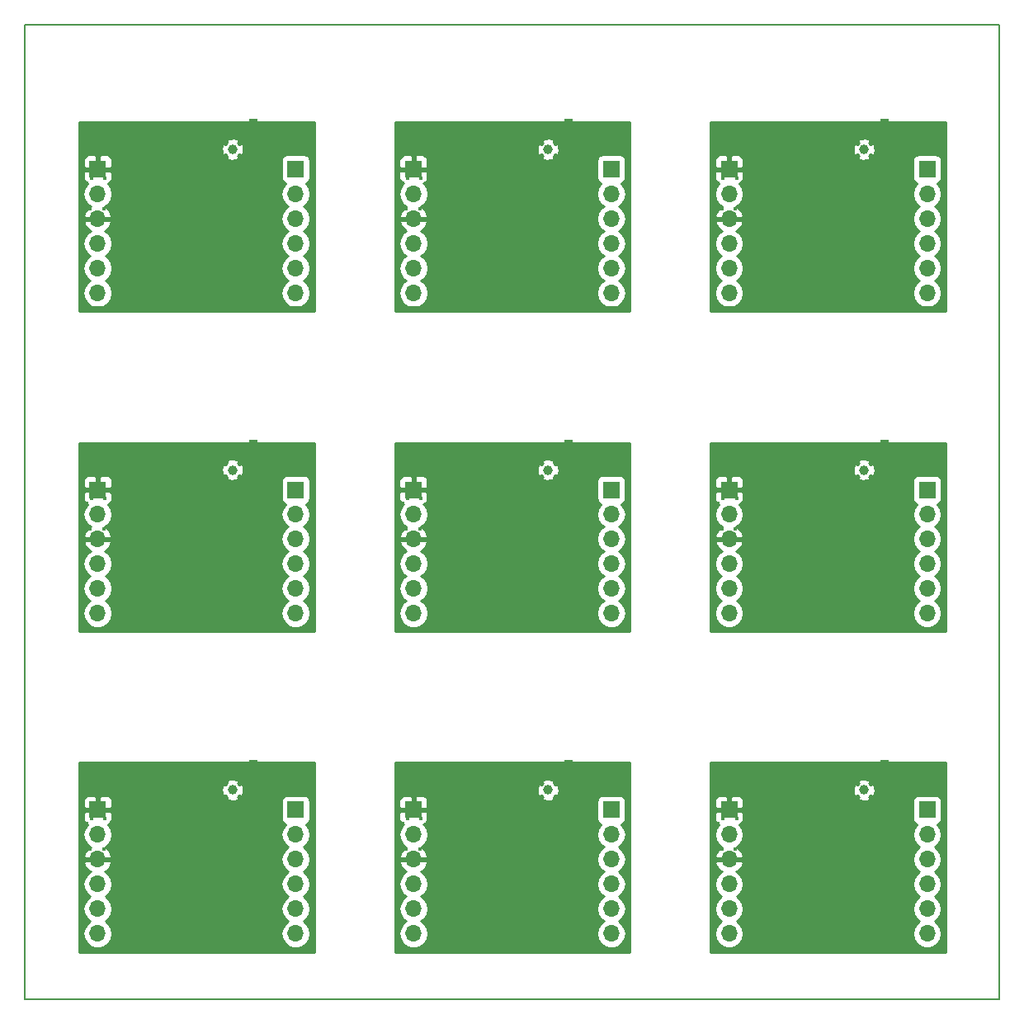
<source format=gbl>
%FSTAX23Y23*%
%MOIN*%
%SFA1B1*%

%IPPOS*%
%ADD11C,0.039370*%
%ADD12O,0.066929X0.066929*%
%ADD13R,0.066929X0.066929*%
%ADD14R,0.035433X0.019685*%
%ADD15C,0.017716*%
%ADD16C,0.019685*%
%ADD17C,0.010000*%
%ADD44C,0.005000*%
G36*
X01168Y00189D02*
X00218D01*
Y00464*
X00233*
X00238Y00441*
X00251Y00421*
X00263Y00414*
X00251Y00406*
X00238Y00386*
X00233Y00364*
X00238Y00341*
X00251Y00321*
X00263Y00314*
X00251Y00306*
X00238Y00286*
X00233Y00264*
X00238Y00241*
X00251Y00221*
X0027Y00209*
X00287Y00205*
X00299*
X00316Y00209*
X00335Y00221*
X00348Y00241*
X00353Y00264*
X00348Y00286*
X00335Y00306*
X00324Y00314*
X00335Y00321*
X00348Y00341*
X00353Y00364*
X00348Y00386*
X00335Y00406*
X00324Y00414*
X00335Y00421*
X00348Y00441*
X00353Y00464*
X00348Y00486*
X00335Y00506*
X00323Y00514*
X00328Y00517*
X00343Y00533*
X0035Y0055*
X00345Y00559*
X00298*
Y00558*
X00288*
Y00559*
X00241*
X00236Y0055*
X00243Y00533*
X00258Y00517*
X00264Y00514*
X00251Y00506*
X00238Y00486*
X00233Y00464*
X00218*
Y00664*
X00233*
X00238Y00641*
X00251Y00621*
X00264Y00613*
X00258Y00611*
X00243Y00594*
X00236Y00578*
X00241Y00569*
X00288*
Y00569*
X00298*
Y00569*
X00345*
X0035Y00578*
X00343Y00594*
X00328Y00611*
X00323Y00613*
X00335Y00621*
X00348Y00641*
X00353Y00664*
X01033*
X01038Y00641*
X01051Y00621*
X01063Y00614*
X01051Y00606*
X01038Y00586*
X01033Y00564*
X01038Y00541*
X01051Y00521*
X01063Y00514*
X01051Y00506*
X01038Y00486*
X01033Y00464*
X01038Y00441*
X01051Y00421*
X01063Y00414*
X01051Y00406*
X01038Y00386*
X01033Y00364*
X01038Y00341*
X01051Y00321*
X01063Y00314*
X01051Y00306*
X01038Y00286*
X01033Y00264*
X01038Y00241*
X01051Y00221*
X0107Y00209*
X01087Y00205*
X01099*
X01116Y00209*
X01135Y00221*
X01148Y00241*
X01153Y00264*
X01148Y00286*
X01135Y00306*
X01124Y00314*
X01135Y00321*
X01148Y00341*
X01153Y00364*
X01148Y00386*
X01135Y00406*
X01124Y00414*
X01135Y00421*
X01148Y00441*
X01153Y00464*
X01148Y00486*
X01135Y00506*
X01124Y00514*
X01135Y00521*
X01148Y00541*
X01153Y00564*
X01148Y00586*
X01135Y00606*
X01124Y00614*
X01135Y00621*
X01148Y00641*
X01153Y00664*
X01148Y00686*
X01135Y00706*
X01135Y00706*
X01136Y00707*
X01145Y00712*
X0115Y0072*
X01152Y0073*
Y00797*
X0115Y00807*
X01145Y00815*
X01136Y00821*
X01127Y00823*
X0106*
X0105Y00821*
X01042Y00815*
X01036Y00807*
X01034Y00797*
Y0073*
X01036Y0072*
X01042Y00712*
X0105Y00707*
X01052Y00706*
X01051Y00706*
X01038Y00686*
X01033Y00664*
X00353*
X00348Y00686*
X00335Y00706*
X00334Y00706*
X00341Y00709*
X00348Y00716*
X00352Y00725*
Y00752*
X00345Y00759*
X00298*
Y00758*
X00288*
Y00759*
X00241*
X00235Y00752*
Y00725*
X00238Y00716*
X00245Y00709*
X00252Y00706*
X00251Y00706*
X00238Y00686*
X00233Y00664*
X00218*
Y00802*
X00235*
Y00775*
X00241Y00769*
X00288*
Y00816*
X00298*
Y00769*
X00345*
X00352Y00775*
Y00802*
X00348Y00811*
X00341Y00818*
X00332Y00822*
X00304*
X00298Y00816*
X00288*
X00282Y00822*
X00255*
X00245Y00818*
X00238Y00811*
X00235Y00802*
X00218*
Y00849*
X00793*
X00794Y00832*
X00799Y00821*
X00807Y0082*
X0081Y00822*
X00817Y00815*
X00814Y00812*
X00816Y00804*
X00832Y00798*
X0085Y008*
X00861Y00804*
X00862Y00812*
X00859Y00815*
X00866Y00822*
X00869Y0082*
X00878Y00821*
X00883Y00838*
X00882Y00856*
X00878Y00866*
X00869Y00868*
X00866Y00865*
X00859Y00872*
X00862Y00875*
X00861Y00883*
X00844Y00889*
X00826Y00888*
X00816Y00883*
X00814Y00875*
X00817Y00872*
X0081Y00865*
X00807Y00868*
X00799Y00866*
X00793Y00849*
X00218*
Y00954*
X01168*
Y00189*
G37*
G54D44*
X0Y0D02*
X03936D01*
Y03936*
X0*
Y0*
G54D17*
X01168Y00189D02*
X00218D01*
Y00464*
X00233*
X00238Y00441*
X00251Y00421*
X00263Y00414*
X00251Y00406*
X00238Y00386*
X00233Y00364*
X00238Y00341*
X00251Y00321*
X00263Y00314*
X00251Y00306*
X00238Y00286*
X00233Y00264*
X00238Y00241*
X00251Y00221*
X0027Y00209*
X00287Y00205*
X00299*
X00316Y00209*
X00335Y00221*
X00348Y00241*
X00353Y00264*
X00348Y00286*
X00335Y00306*
X00324Y00314*
X00335Y00321*
X00348Y00341*
X00353Y00364*
X00348Y00386*
X00335Y00406*
X00324Y00414*
X00335Y00421*
X00348Y00441*
X00353Y00464*
X00348Y00486*
X00335Y00506*
X00323Y00514*
X00328Y00517*
X00343Y00533*
X0035Y0055*
X00345Y00559*
X00298*
Y00558*
X00288*
Y00559*
X00241*
X00236Y0055*
X00243Y00533*
X00258Y00517*
X00264Y00514*
X00251Y00506*
X00238Y00486*
X00233Y00464*
X00218*
Y00664*
X00233*
X00238Y00641*
X00251Y00621*
X00264Y00613*
X00258Y00611*
X00243Y00594*
X00236Y00578*
X00241Y00569*
X00288*
Y00569*
X00298*
Y00569*
X00345*
X0035Y00578*
X00343Y00594*
X00328Y00611*
X00323Y00613*
X00335Y00621*
X00348Y00641*
X00353Y00664*
X01033*
X01038Y00641*
X01051Y00621*
X01063Y00614*
X01051Y00606*
X01038Y00586*
X01033Y00564*
X01038Y00541*
X01051Y00521*
X01063Y00514*
X01051Y00506*
X01038Y00486*
X01033Y00464*
X01038Y00441*
X01051Y00421*
X01063Y00414*
X01051Y00406*
X01038Y00386*
X01033Y00364*
X01038Y00341*
X01051Y00321*
X01063Y00314*
X01051Y00306*
X01038Y00286*
X01033Y00264*
X01038Y00241*
X01051Y00221*
X0107Y00209*
X01087Y00205*
X01099*
X01116Y00209*
X01135Y00221*
X01148Y00241*
X01153Y00264*
X01148Y00286*
X01135Y00306*
X01124Y00314*
X01135Y00321*
X01148Y00341*
X01153Y00364*
X01148Y00386*
X01135Y00406*
X01124Y00414*
X01135Y00421*
X01148Y00441*
X01153Y00464*
X01148Y00486*
X01135Y00506*
X01124Y00514*
X01135Y00521*
X01148Y00541*
X01153Y00564*
X01148Y00586*
X01135Y00606*
X01124Y00614*
X01135Y00621*
X01148Y00641*
X01153Y00664*
X01148Y00686*
X01135Y00706*
X01135Y00706*
X01136Y00707*
X01145Y00712*
X0115Y0072*
X01152Y0073*
Y00797*
X0115Y00807*
X01145Y00815*
X01136Y00821*
X01127Y00823*
X0106*
X0105Y00821*
X01042Y00815*
X01036Y00807*
X01034Y00797*
Y0073*
X01036Y0072*
X01042Y00712*
X0105Y00707*
X01052Y00706*
X01051Y00706*
X01038Y00686*
X01033Y00664*
X00353*
X00348Y00686*
X00335Y00706*
X00334Y00706*
X00341Y00709*
X00348Y00716*
X00352Y00725*
Y00752*
X00345Y00759*
X00298*
Y00758*
X00288*
Y00759*
X00241*
X00235Y00752*
Y00725*
X00238Y00716*
X00245Y00709*
X00252Y00706*
X00251Y00706*
X00238Y00686*
X00233Y00664*
X00218*
Y00802*
X00235*
Y00775*
X00241Y00769*
X00288*
Y00816*
X00298*
Y00769*
X00345*
X00352Y00775*
Y00802*
X00348Y00811*
X00341Y00818*
X00332Y00822*
X00304*
X00298Y00816*
X00288*
X00282Y00822*
X00255*
X00245Y00818*
X00238Y00811*
X00235Y00802*
X00218*
Y00849*
X00793*
X00794Y00832*
X00799Y00821*
X00807Y0082*
X0081Y00822*
X00817Y00815*
X00814Y00812*
X00816Y00804*
X00832Y00798*
X0085Y008*
X00861Y00804*
X00862Y00812*
X00859Y00815*
X00866Y00822*
X00869Y0082*
X00878Y00821*
X00883Y00838*
X00882Y00856*
X00878Y00866*
X00869Y00868*
X00866Y00865*
X00859Y00872*
X00862Y00875*
X00861Y00883*
X00844Y00889*
X00826Y00888*
X00816Y00883*
X00814Y00875*
X00817Y00872*
X0081Y00865*
X00807Y00868*
X00799Y00866*
X00793Y00849*
X00218*
Y00954*
X01168*
Y00189*
G54D11*
X00838Y00844D03*
G54D12*
X00293Y00264D03*
Y00364D03*
Y00464D03*
Y00564D03*
Y00664D03*
G54D13*
X00293Y00764D03*
X01093D03*
G54D12*
X01093Y00664D03*
Y00564D03*
Y00464D03*
Y00364D03*
Y00264D03*
G54D14*
X00921Y00956D03*
G54D15*
X00228Y00919D03*
X00392D03*
X00536D03*
X0068D03*
X01158D03*
X00228Y00777D03*
X01158D03*
X0068Y00635D03*
X00824D03*
X01158D03*
X00228Y00493D03*
X00392D03*
X00536D03*
X0068D03*
X00824D03*
X01158D03*
X00228Y00352D03*
X0068D03*
X00824D03*
X01158D03*
X00228Y0021D03*
X00392D03*
X00536D03*
X0068D03*
X00824D03*
X00969D03*
X01158D03*
Y00422D03*
Y0028D03*
Y00563D03*
Y00705D03*
Y00847D03*
X00328Y00209D03*
X0075Y0021D03*
X01058D03*
X00894D03*
X00462D03*
X00606D03*
X00228Y0028D03*
Y00563D03*
Y00422D03*
Y00847D03*
X00466Y00919D03*
X0061D03*
X00322D03*
X01016D03*
X0109D03*
X00323Y00849D03*
X00453Y00704D03*
X00758Y00564D03*
Y00424D03*
X00583Y00429D03*
Y00289D03*
X00758D03*
Y00684D03*
X01053Y00849D03*
G54D16*
X00643Y00864D03*
X00683D03*
X00723D03*
X00768D03*
X00788Y00899D03*
Y00939D03*
X00888D03*
Y00904D03*
X00928D03*
X00963Y00874D03*
X00933Y00834D03*
X00898D03*
Y00794D03*
X00933D03*
X00853Y00764D03*
X00813D03*
X00763D03*
X00728D03*
X00693D03*
G54D15*
X00518Y00534D03*
X00473D03*
X00428D03*
X00388Y00554D03*
X00363Y00579D03*
X00263Y00604D03*
X00238Y00634D03*
X00228Y00674D03*
X00248Y00709D03*
X00268Y00729D03*
X00323D03*
G54D16*
X00603Y00864D03*
X00563D03*
X00523D03*
X00483D03*
G54D15*
X00553Y00549D03*
X00563Y00584D03*
X00553Y00614D03*
X00518Y00634D03*
X00483D03*
X00453D03*
Y00669D03*
X00583Y00684D03*
X00628Y00564D03*
X00453Y00739D03*
X00473Y00764D03*
X00513D03*
X00553D03*
X00598D03*
X00638D03*
G54D16*
X00413Y00844D03*
X00388Y00819D03*
X00363Y00794D03*
X00353Y00754D03*
Y00714D03*
Y00614D03*
X00448Y00864D03*
G54D15*
X00318Y00604D03*
G36*
X02443Y00189D02*
X01494D01*
Y00464*
X01509*
X01514Y00441*
X01527Y00421*
X01539Y00414*
X01527Y00406*
X01514Y00386*
X01509Y00364*
X01514Y00341*
X01527Y00321*
X01539Y00314*
X01527Y00306*
X01514Y00286*
X01509Y00264*
X01514Y00241*
X01527Y00221*
X01546Y00209*
X01563Y00205*
X01575*
X01592Y00209*
X01611Y00221*
X01624Y00241*
X01629Y00264*
X01624Y00286*
X01611Y00306*
X01599Y00314*
X01611Y00321*
X01624Y00341*
X01629Y00364*
X01624Y00386*
X01611Y00406*
X01599Y00414*
X01611Y00421*
X01624Y00441*
X01629Y00464*
X01624Y00486*
X01611Y00506*
X01599Y00514*
X01604Y00517*
X01619Y00533*
X01626Y0055*
X01621Y00559*
X01574*
Y00558*
X01564*
Y00559*
X01517*
X01512Y0055*
X01519Y00533*
X01534Y00517*
X01539Y00514*
X01527Y00506*
X01514Y00486*
X01509Y00464*
X01494*
Y00664*
X01509*
X01514Y00641*
X01527Y00621*
X01539Y00613*
X01534Y00611*
X01519Y00594*
X01512Y00578*
X01517Y00569*
X01564*
Y00569*
X01574*
Y00569*
X01621*
X01626Y00578*
X01619Y00594*
X01604Y00611*
X01599Y00613*
X01611Y00621*
X01624Y00641*
X01629Y00664*
X02308*
X02313Y00641*
X02326Y00621*
X02338Y00614*
X02326Y00606*
X02313Y00586*
X02308Y00564*
X02313Y00541*
X02326Y00521*
X02338Y00514*
X02326Y00506*
X02313Y00486*
X02308Y00464*
X02313Y00441*
X02326Y00421*
X02338Y00414*
X02326Y00406*
X02313Y00386*
X02308Y00364*
X02313Y00341*
X02326Y00321*
X02338Y00314*
X02326Y00306*
X02313Y00286*
X02308Y00264*
X02313Y00241*
X02326Y00221*
X02345Y00209*
X02362Y00205*
X02374*
X02391Y00209*
X0241Y00221*
X02423Y00241*
X02428Y00264*
X02423Y00286*
X0241Y00306*
X02398Y00314*
X0241Y00321*
X02423Y00341*
X02428Y00364*
X02423Y00386*
X0241Y00406*
X02398Y00414*
X0241Y00421*
X02423Y00441*
X02428Y00464*
X02423Y00486*
X0241Y00506*
X02398Y00514*
X0241Y00521*
X02423Y00541*
X02428Y00564*
X02423Y00586*
X0241Y00606*
X02398Y00614*
X0241Y00621*
X02423Y00641*
X02428Y00664*
X02423Y00686*
X0241Y00706*
X02409Y00706*
X02411Y00707*
X02419Y00712*
X02425Y0072*
X02427Y0073*
Y00797*
X02425Y00807*
X02419Y00815*
X02411Y00821*
X02401Y00823*
X02334*
X02325Y00821*
X02316Y00815*
X02311Y00807*
X02309Y00797*
Y0073*
X02311Y0072*
X02316Y00712*
X02325Y00707*
X02327Y00706*
X02326Y00706*
X02313Y00686*
X02308Y00664*
X01629*
X01624Y00686*
X01611Y00706*
X0161Y00706*
X01617Y00709*
X01624Y00716*
X01627Y00725*
Y00752*
X01621Y00759*
X01574*
Y00758*
X01564*
Y00759*
X01517*
X0151Y00752*
Y00725*
X01514Y00716*
X01521Y00709*
X01528Y00706*
X01527Y00706*
X01514Y00686*
X01509Y00664*
X01494*
Y00802*
X0151*
Y00775*
X01517Y00769*
X01564*
Y00816*
X01574*
Y00769*
X01621*
X01627Y00775*
Y00802*
X01624Y00811*
X01617Y00818*
X01607Y00822*
X0158*
X01574Y00816*
X01564*
X01558Y00822*
X01531*
X01521Y00818*
X01514Y00811*
X0151Y00802*
X01494*
Y00849*
X02068*
X02069Y00832*
X02073Y00821*
X02082Y0082*
X02085Y00822*
X02092Y00815*
X02089Y00812*
X0209Y00804*
X02107Y00798*
X02125Y008*
X02136Y00804*
X02137Y00812*
X02134Y00815*
X02141Y00822*
X02144Y0082*
X02153Y00821*
X02158Y00838*
X02157Y00856*
X02153Y00866*
X02144Y00868*
X02141Y00865*
X02134Y00872*
X02137Y00875*
X02136Y00883*
X02119Y00889*
X02101Y00888*
X0209Y00883*
X02089Y00875*
X02092Y00872*
X02085Y00865*
X02082Y00868*
X02073Y00866*
X02068Y00849*
X01494*
Y00954*
X02443*
Y00189*
G37*
G54D17*
X02443Y00189D02*
X01494D01*
Y00464*
X01509*
X01514Y00441*
X01527Y00421*
X01539Y00414*
X01527Y00406*
X01514Y00386*
X01509Y00364*
X01514Y00341*
X01527Y00321*
X01539Y00314*
X01527Y00306*
X01514Y00286*
X01509Y00264*
X01514Y00241*
X01527Y00221*
X01546Y00209*
X01563Y00205*
X01575*
X01592Y00209*
X01611Y00221*
X01624Y00241*
X01629Y00264*
X01624Y00286*
X01611Y00306*
X01599Y00314*
X01611Y00321*
X01624Y00341*
X01629Y00364*
X01624Y00386*
X01611Y00406*
X01599Y00414*
X01611Y00421*
X01624Y00441*
X01629Y00464*
X01624Y00486*
X01611Y00506*
X01599Y00514*
X01604Y00517*
X01619Y00533*
X01626Y0055*
X01621Y00559*
X01574*
Y00558*
X01564*
Y00559*
X01517*
X01512Y0055*
X01519Y00533*
X01534Y00517*
X01539Y00514*
X01527Y00506*
X01514Y00486*
X01509Y00464*
X01494*
Y00664*
X01509*
X01514Y00641*
X01527Y00621*
X01539Y00613*
X01534Y00611*
X01519Y00594*
X01512Y00578*
X01517Y00569*
X01564*
Y00569*
X01574*
Y00569*
X01621*
X01626Y00578*
X01619Y00594*
X01604Y00611*
X01599Y00613*
X01611Y00621*
X01624Y00641*
X01629Y00664*
X02308*
X02313Y00641*
X02326Y00621*
X02338Y00614*
X02326Y00606*
X02313Y00586*
X02308Y00564*
X02313Y00541*
X02326Y00521*
X02338Y00514*
X02326Y00506*
X02313Y00486*
X02308Y00464*
X02313Y00441*
X02326Y00421*
X02338Y00414*
X02326Y00406*
X02313Y00386*
X02308Y00364*
X02313Y00341*
X02326Y00321*
X02338Y00314*
X02326Y00306*
X02313Y00286*
X02308Y00264*
X02313Y00241*
X02326Y00221*
X02345Y00209*
X02362Y00205*
X02374*
X02391Y00209*
X0241Y00221*
X02423Y00241*
X02428Y00264*
X02423Y00286*
X0241Y00306*
X02398Y00314*
X0241Y00321*
X02423Y00341*
X02428Y00364*
X02423Y00386*
X0241Y00406*
X02398Y00414*
X0241Y00421*
X02423Y00441*
X02428Y00464*
X02423Y00486*
X0241Y00506*
X02398Y00514*
X0241Y00521*
X02423Y00541*
X02428Y00564*
X02423Y00586*
X0241Y00606*
X02398Y00614*
X0241Y00621*
X02423Y00641*
X02428Y00664*
X02423Y00686*
X0241Y00706*
X02409Y00706*
X02411Y00707*
X02419Y00712*
X02425Y0072*
X02427Y0073*
Y00797*
X02425Y00807*
X02419Y00815*
X02411Y00821*
X02401Y00823*
X02334*
X02325Y00821*
X02316Y00815*
X02311Y00807*
X02309Y00797*
Y0073*
X02311Y0072*
X02316Y00712*
X02325Y00707*
X02327Y00706*
X02326Y00706*
X02313Y00686*
X02308Y00664*
X01629*
X01624Y00686*
X01611Y00706*
X0161Y00706*
X01617Y00709*
X01624Y00716*
X01627Y00725*
Y00752*
X01621Y00759*
X01574*
Y00758*
X01564*
Y00759*
X01517*
X0151Y00752*
Y00725*
X01514Y00716*
X01521Y00709*
X01528Y00706*
X01527Y00706*
X01514Y00686*
X01509Y00664*
X01494*
Y00802*
X0151*
Y00775*
X01517Y00769*
X01564*
Y00816*
X01574*
Y00769*
X01621*
X01627Y00775*
Y00802*
X01624Y00811*
X01617Y00818*
X01607Y00822*
X0158*
X01574Y00816*
X01564*
X01558Y00822*
X01531*
X01521Y00818*
X01514Y00811*
X0151Y00802*
X01494*
Y00849*
X02068*
X02069Y00832*
X02073Y00821*
X02082Y0082*
X02085Y00822*
X02092Y00815*
X02089Y00812*
X0209Y00804*
X02107Y00798*
X02125Y008*
X02136Y00804*
X02137Y00812*
X02134Y00815*
X02141Y00822*
X02144Y0082*
X02153Y00821*
X02158Y00838*
X02157Y00856*
X02153Y00866*
X02144Y00868*
X02141Y00865*
X02134Y00872*
X02137Y00875*
X02136Y00883*
X02119Y00889*
X02101Y00888*
X0209Y00883*
X02089Y00875*
X02092Y00872*
X02085Y00865*
X02082Y00868*
X02073Y00866*
X02068Y00849*
X01494*
Y00954*
X02443*
Y00189*
G54D11*
X02113Y00844D03*
G54D12*
X01569Y00264D03*
Y00364D03*
Y00464D03*
Y00564D03*
Y00664D03*
G54D13*
X01569Y00764D03*
X02368D03*
G54D12*
X02368Y00664D03*
Y00564D03*
Y00464D03*
Y00364D03*
Y00264D03*
G54D14*
X02196Y00956D03*
G54D15*
X01504Y00919D03*
X01668D03*
X01812D03*
X01956D03*
X02433D03*
X01504Y00777D03*
X02433D03*
X01956Y00635D03*
X02099D03*
X02433D03*
X01504Y00493D03*
X01668D03*
X01812D03*
X01956D03*
X02099D03*
X02433D03*
X01504Y00352D03*
X01956D03*
X02099D03*
X02433D03*
X01504Y0021D03*
X01668D03*
X01812D03*
X01956D03*
X02099D03*
X02243D03*
X02433D03*
Y00422D03*
Y0028D03*
Y00563D03*
Y00705D03*
Y00847D03*
X01604Y00209D03*
X02025Y0021D03*
X02333D03*
X02169D03*
X01738D03*
X01882D03*
X01504Y0028D03*
Y00563D03*
Y00422D03*
Y00847D03*
X01742Y00919D03*
X01886D03*
X01598D03*
X02291D03*
X02365D03*
X01599Y00849D03*
X01729Y00704D03*
X02033Y00564D03*
Y00424D03*
X01859Y00429D03*
Y00289D03*
X02033D03*
Y00684D03*
X02328Y00849D03*
G54D16*
X01919Y00864D03*
X01959D03*
X01998D03*
X02043D03*
X02063Y00899D03*
Y00939D03*
X02163D03*
Y00904D03*
X02203D03*
X02238Y00874D03*
X02208Y00834D03*
X02173D03*
Y00794D03*
X02208D03*
X02128Y00764D03*
X02088D03*
X02038D03*
X02003D03*
X01968D03*
G54D15*
X01794Y00534D03*
X01749D03*
X01704D03*
X01664Y00554D03*
X01639Y00579D03*
X01539Y00604D03*
X01514Y00634D03*
X01504Y00674D03*
X01524Y00709D03*
X01544Y00729D03*
X01599D03*
G54D16*
X01879Y00864D03*
X01839D03*
X01799D03*
X01759D03*
G54D15*
X01829Y00549D03*
X01839Y00584D03*
X01829Y00614D03*
X01794Y00634D03*
X01759D03*
X01729D03*
Y00669D03*
X01859Y00684D03*
X01904Y00564D03*
X01729Y00739D03*
X01749Y00764D03*
X01789D03*
X01829D03*
X01874D03*
X01914D03*
G54D16*
X01689Y00844D03*
X01664Y00819D03*
X01639Y00794D03*
X01629Y00754D03*
Y00714D03*
Y00614D03*
X01724Y00864D03*
G54D15*
X01594Y00604D03*
G36*
X03719Y00189D02*
X02769D01*
Y00464*
X02784*
X02789Y00441*
X02802Y00421*
X02813Y00414*
X02802Y00406*
X02789Y00386*
X02784Y00364*
X02789Y00341*
X02802Y00321*
X02813Y00314*
X02802Y00306*
X02789Y00286*
X02784Y00264*
X02789Y00241*
X02802Y00221*
X02821Y00209*
X02838Y00205*
X0285*
X02867Y00209*
X02886Y00221*
X02899Y00241*
X02903Y00264*
X02899Y00286*
X02886Y00306*
X02874Y00314*
X02886Y00321*
X02899Y00341*
X02903Y00364*
X02899Y00386*
X02886Y00406*
X02874Y00414*
X02886Y00421*
X02899Y00441*
X02903Y00464*
X02899Y00486*
X02886Y00506*
X02873Y00514*
X02879Y00517*
X02894Y00533*
X02901Y0055*
X02896Y00559*
X02849*
Y00558*
X02839*
Y00559*
X02792*
X02787Y0055*
X02794Y00533*
X02809Y00517*
X02814Y00514*
X02802Y00506*
X02789Y00486*
X02784Y00464*
X02769*
Y00664*
X02784*
X02789Y00641*
X02802Y00621*
X02814Y00613*
X02809Y00611*
X02794Y00594*
X02787Y00578*
X02792Y00569*
X02839*
Y00569*
X02849*
Y00569*
X02896*
X02901Y00578*
X02894Y00594*
X02879Y00611*
X02873Y00613*
X02886Y00621*
X02899Y00641*
X02903Y00664*
X03584*
X03589Y00641*
X03602Y00621*
X03613Y00614*
X03602Y00606*
X03589Y00586*
X03584Y00564*
X03589Y00541*
X03602Y00521*
X03613Y00514*
X03602Y00506*
X03589Y00486*
X03584Y00464*
X03589Y00441*
X03602Y00421*
X03613Y00414*
X03602Y00406*
X03589Y00386*
X03584Y00364*
X03589Y00341*
X03602Y00321*
X03613Y00314*
X03602Y00306*
X03589Y00286*
X03584Y00264*
X03589Y00241*
X03602Y00221*
X03621Y00209*
X03638Y00205*
X0365*
X03667Y00209*
X03686Y00221*
X03699Y00241*
X03703Y00264*
X03699Y00286*
X03686Y00306*
X03674Y00314*
X03686Y00321*
X03699Y00341*
X03703Y00364*
X03699Y00386*
X03686Y00406*
X03674Y00414*
X03686Y00421*
X03699Y00441*
X03703Y00464*
X03699Y00486*
X03686Y00506*
X03674Y00514*
X03686Y00521*
X03699Y00541*
X03703Y00564*
X03699Y00586*
X03686Y00606*
X03674Y00614*
X03686Y00621*
X03699Y00641*
X03703Y00664*
X03699Y00686*
X03686Y00706*
X03685Y00706*
X03687Y00707*
X03695Y00712*
X03701Y0072*
X03703Y0073*
Y00797*
X03701Y00807*
X03695Y00815*
X03687Y00821*
X03677Y00823*
X0361*
X03601Y00821*
X03592Y00815*
X03587Y00807*
X03585Y00797*
Y0073*
X03587Y0072*
X03592Y00712*
X03601Y00707*
X03602Y00706*
X03602Y00706*
X03589Y00686*
X03584Y00664*
X02903*
X02899Y00686*
X02886Y00706*
X02885Y00706*
X02891Y00709*
X02898Y00716*
X02902Y00725*
Y00752*
X02896Y00759*
X02849*
Y00758*
X02839*
Y00759*
X02792*
X02785Y00752*
Y00725*
X02789Y00716*
X02796Y00709*
X02803Y00706*
X02802Y00706*
X02789Y00686*
X02784Y00664*
X02769*
Y00802*
X02785*
Y00775*
X02792Y00769*
X02839*
Y00816*
X02849*
Y00769*
X02896*
X02902Y00775*
Y00802*
X02898Y00811*
X02891Y00818*
X02882Y00822*
X02855*
X02849Y00816*
X02839*
X02833Y00822*
X02805*
X02796Y00818*
X02789Y00811*
X02785Y00802*
X02769*
Y00849*
X03344*
X03345Y00832*
X03349Y00821*
X03358Y0082*
X03361Y00822*
X03368Y00815*
X03365Y00812*
X03366Y00804*
X03383Y00798*
X03401Y008*
X03411Y00804*
X03413Y00812*
X0341Y00815*
X03417Y00822*
X0342Y0082*
X03428Y00821*
X03434Y00838*
X03433Y00856*
X03428Y00866*
X0342Y00868*
X03417Y00865*
X0341Y00872*
X03413Y00875*
X03411Y00883*
X03395Y00889*
X03377Y00888*
X03366Y00883*
X03365Y00875*
X03368Y00872*
X03361Y00865*
X03358Y00868*
X03349Y00866*
X03344Y00849*
X02769*
Y00954*
X03719*
Y00189*
G37*
G54D17*
X03719Y00189D02*
X02769D01*
Y00464*
X02784*
X02789Y00441*
X02802Y00421*
X02813Y00414*
X02802Y00406*
X02789Y00386*
X02784Y00364*
X02789Y00341*
X02802Y00321*
X02813Y00314*
X02802Y00306*
X02789Y00286*
X02784Y00264*
X02789Y00241*
X02802Y00221*
X02821Y00209*
X02838Y00205*
X0285*
X02867Y00209*
X02886Y00221*
X02899Y00241*
X02903Y00264*
X02899Y00286*
X02886Y00306*
X02874Y00314*
X02886Y00321*
X02899Y00341*
X02903Y00364*
X02899Y00386*
X02886Y00406*
X02874Y00414*
X02886Y00421*
X02899Y00441*
X02903Y00464*
X02899Y00486*
X02886Y00506*
X02873Y00514*
X02879Y00517*
X02894Y00533*
X02901Y0055*
X02896Y00559*
X02849*
Y00558*
X02839*
Y00559*
X02792*
X02787Y0055*
X02794Y00533*
X02809Y00517*
X02814Y00514*
X02802Y00506*
X02789Y00486*
X02784Y00464*
X02769*
Y00664*
X02784*
X02789Y00641*
X02802Y00621*
X02814Y00613*
X02809Y00611*
X02794Y00594*
X02787Y00578*
X02792Y00569*
X02839*
Y00569*
X02849*
Y00569*
X02896*
X02901Y00578*
X02894Y00594*
X02879Y00611*
X02873Y00613*
X02886Y00621*
X02899Y00641*
X02903Y00664*
X03584*
X03589Y00641*
X03602Y00621*
X03613Y00614*
X03602Y00606*
X03589Y00586*
X03584Y00564*
X03589Y00541*
X03602Y00521*
X03613Y00514*
X03602Y00506*
X03589Y00486*
X03584Y00464*
X03589Y00441*
X03602Y00421*
X03613Y00414*
X03602Y00406*
X03589Y00386*
X03584Y00364*
X03589Y00341*
X03602Y00321*
X03613Y00314*
X03602Y00306*
X03589Y00286*
X03584Y00264*
X03589Y00241*
X03602Y00221*
X03621Y00209*
X03638Y00205*
X0365*
X03667Y00209*
X03686Y00221*
X03699Y00241*
X03703Y00264*
X03699Y00286*
X03686Y00306*
X03674Y00314*
X03686Y00321*
X03699Y00341*
X03703Y00364*
X03699Y00386*
X03686Y00406*
X03674Y00414*
X03686Y00421*
X03699Y00441*
X03703Y00464*
X03699Y00486*
X03686Y00506*
X03674Y00514*
X03686Y00521*
X03699Y00541*
X03703Y00564*
X03699Y00586*
X03686Y00606*
X03674Y00614*
X03686Y00621*
X03699Y00641*
X03703Y00664*
X03699Y00686*
X03686Y00706*
X03685Y00706*
X03687Y00707*
X03695Y00712*
X03701Y0072*
X03703Y0073*
Y00797*
X03701Y00807*
X03695Y00815*
X03687Y00821*
X03677Y00823*
X0361*
X03601Y00821*
X03592Y00815*
X03587Y00807*
X03585Y00797*
Y0073*
X03587Y0072*
X03592Y00712*
X03601Y00707*
X03602Y00706*
X03602Y00706*
X03589Y00686*
X03584Y00664*
X02903*
X02899Y00686*
X02886Y00706*
X02885Y00706*
X02891Y00709*
X02898Y00716*
X02902Y00725*
Y00752*
X02896Y00759*
X02849*
Y00758*
X02839*
Y00759*
X02792*
X02785Y00752*
Y00725*
X02789Y00716*
X02796Y00709*
X02803Y00706*
X02802Y00706*
X02789Y00686*
X02784Y00664*
X02769*
Y00802*
X02785*
Y00775*
X02792Y00769*
X02839*
Y00816*
X02849*
Y00769*
X02896*
X02902Y00775*
Y00802*
X02898Y00811*
X02891Y00818*
X02882Y00822*
X02855*
X02849Y00816*
X02839*
X02833Y00822*
X02805*
X02796Y00818*
X02789Y00811*
X02785Y00802*
X02769*
Y00849*
X03344*
X03345Y00832*
X03349Y00821*
X03358Y0082*
X03361Y00822*
X03368Y00815*
X03365Y00812*
X03366Y00804*
X03383Y00798*
X03401Y008*
X03411Y00804*
X03413Y00812*
X0341Y00815*
X03417Y00822*
X0342Y0082*
X03428Y00821*
X03434Y00838*
X03433Y00856*
X03428Y00866*
X0342Y00868*
X03417Y00865*
X0341Y00872*
X03413Y00875*
X03411Y00883*
X03395Y00889*
X03377Y00888*
X03366Y00883*
X03365Y00875*
X03368Y00872*
X03361Y00865*
X03358Y00868*
X03349Y00866*
X03344Y00849*
X02769*
Y00954*
X03719*
Y00189*
G54D11*
X03389Y00844D03*
G54D12*
X02844Y00264D03*
Y00364D03*
Y00464D03*
Y00564D03*
Y00664D03*
G54D13*
X02844Y00764D03*
X03644D03*
G54D12*
X03644Y00664D03*
Y00564D03*
Y00464D03*
Y00364D03*
Y00264D03*
G54D14*
X03471Y00956D03*
G54D15*
X02779Y00919D03*
X02943D03*
X03087D03*
X03231D03*
X03708D03*
X02779Y00777D03*
X03708D03*
X03231Y00635D03*
X03375D03*
X03708D03*
X02779Y00493D03*
X02943D03*
X03087D03*
X03231D03*
X03375D03*
X03708D03*
X02779Y00352D03*
X03231D03*
X03375D03*
X03708D03*
X02779Y0021D03*
X02943D03*
X03087D03*
X03231D03*
X03375D03*
X03519D03*
X03708D03*
Y00422D03*
Y0028D03*
Y00563D03*
Y00705D03*
Y00847D03*
X02879Y00209D03*
X03301Y0021D03*
X03609D03*
X03445D03*
X03013D03*
X03157D03*
X02779Y0028D03*
Y00563D03*
Y00422D03*
Y00847D03*
X03017Y00919D03*
X03161D03*
X02873D03*
X03567D03*
X03641D03*
X02874Y00849D03*
X03004Y00704D03*
X03309Y00564D03*
Y00424D03*
X03134Y00429D03*
Y00289D03*
X03309D03*
Y00684D03*
X03604Y00849D03*
G54D16*
X03194Y00864D03*
X03234D03*
X03274D03*
X03319D03*
X03339Y00899D03*
Y00939D03*
X03439D03*
Y00904D03*
X03479D03*
X03514Y00874D03*
X03484Y00834D03*
X03449D03*
Y00794D03*
X03484D03*
X03404Y00764D03*
X03364D03*
X03314D03*
X03279D03*
X03244D03*
G54D15*
X03069Y00534D03*
X03024D03*
X02979D03*
X02939Y00554D03*
X02914Y00579D03*
X02814Y00604D03*
X02789Y00634D03*
X02779Y00674D03*
X02799Y00709D03*
X02819Y00729D03*
X02874D03*
G54D16*
X03154Y00864D03*
X03114D03*
X03074D03*
X03034D03*
G54D15*
X03104Y00549D03*
X03114Y00584D03*
X03104Y00614D03*
X03069Y00634D03*
X03034D03*
X03004D03*
Y00669D03*
X03134Y00684D03*
X03179Y00564D03*
X03004Y00739D03*
X03024Y00764D03*
X03064D03*
X03104D03*
X03149D03*
X03189D03*
G54D16*
X02964Y00844D03*
X02939Y00819D03*
X02914Y00794D03*
X02904Y00754D03*
Y00714D03*
Y00614D03*
X02999Y00864D03*
G54D15*
X02869Y00604D03*
G36*
X01168Y01484D02*
X00218D01*
Y01758*
X00233*
X00238Y01736*
X00251Y01716*
X00263Y01708*
X00251Y01701*
X00238Y01681*
X00233Y01658*
X00238Y01636*
X00251Y01616*
X00263Y01608*
X00251Y01601*
X00238Y01581*
X00233Y01558*
X00238Y01536*
X00251Y01516*
X0027Y01503*
X00287Y015*
X00299*
X00316Y01503*
X00335Y01516*
X00348Y01536*
X00353Y01558*
X00348Y01581*
X00335Y01601*
X00324Y01608*
X00335Y01616*
X00348Y01636*
X00353Y01658*
X00348Y01681*
X00335Y01701*
X00324Y01708*
X00335Y01716*
X00348Y01736*
X00353Y01758*
X00348Y01781*
X00335Y01801*
X00323Y01809*
X00328Y01811*
X00343Y01828*
X0035Y01844*
X00345Y01853*
X00298*
Y01853*
X00288*
Y01853*
X00241*
X00236Y01844*
X00243Y01828*
X00258Y01811*
X00264Y01809*
X00251Y01801*
X00238Y01781*
X00233Y01758*
X00218*
Y01958*
X00233*
X00238Y01936*
X00251Y01916*
X00264Y01908*
X00258Y01906*
X00243Y01889*
X00236Y01873*
X00241Y01863*
X00288*
Y01864*
X00298*
Y01863*
X00345*
X0035Y01873*
X00343Y01889*
X00328Y01906*
X00323Y01908*
X00335Y01916*
X00348Y01936*
X00353Y01958*
X01033*
X01038Y01936*
X01051Y01916*
X01063Y01908*
X01051Y01901*
X01038Y01881*
X01033Y01858*
X01038Y01836*
X01051Y01816*
X01063Y01808*
X01051Y01801*
X01038Y01781*
X01033Y01758*
X01038Y01736*
X01051Y01716*
X01063Y01708*
X01051Y01701*
X01038Y01681*
X01033Y01658*
X01038Y01636*
X01051Y01616*
X01063Y01608*
X01051Y01601*
X01038Y01581*
X01033Y01558*
X01038Y01536*
X01051Y01516*
X0107Y01503*
X01087Y015*
X01099*
X01116Y01503*
X01135Y01516*
X01148Y01536*
X01153Y01558*
X01148Y01581*
X01135Y01601*
X01124Y01608*
X01135Y01616*
X01148Y01636*
X01153Y01658*
X01148Y01681*
X01135Y01701*
X01124Y01708*
X01135Y01716*
X01148Y01736*
X01153Y01758*
X01148Y01781*
X01135Y01801*
X01124Y01808*
X01135Y01816*
X01148Y01836*
X01153Y01858*
X01148Y01881*
X01135Y01901*
X01124Y01908*
X01135Y01916*
X01148Y01936*
X01153Y01958*
X01148Y0198*
X01135Y02*
X01135Y02*
X01136Y02*
X01145Y02006*
X0115Y02014*
X01152Y02024*
Y02091*
X0115Y02101*
X01145Y02109*
X01136Y02114*
X01127Y02116*
X0106*
X0105Y02114*
X01042Y02109*
X01036Y02101*
X01034Y02091*
Y02024*
X01036Y02014*
X01042Y02006*
X0105Y02*
X01052Y02*
X01051Y02*
X01038Y0198*
X01033Y01958*
X00353*
X00348Y0198*
X00335Y02*
X00334Y02*
X00341Y02003*
X00348Y0201*
X00352Y02019*
Y02046*
X00345Y02052*
X00298*
Y02052*
X00288*
Y02052*
X00241*
X00235Y02046*
Y02019*
X00238Y0201*
X00245Y02003*
X00252Y02*
X00251Y02*
X00238Y0198*
X00233Y01958*
X00218*
Y02096*
X00235*
Y02069*
X00241Y02062*
X00288*
Y0211*
X00298*
Y02062*
X00345*
X00352Y02069*
Y02096*
X00348Y02105*
X00341Y02112*
X00332Y02116*
X00304*
X00298Y0211*
X00288*
X00282Y02116*
X00255*
X00245Y02112*
X00238Y02105*
X00235Y02096*
X00218*
Y02143*
X00793*
X00794Y02125*
X00799Y02115*
X00807Y02113*
X0081Y02116*
X00817Y02109*
X00814Y02106*
X00816Y02098*
X00832Y02092*
X0085Y02094*
X00861Y02098*
X00862Y02106*
X00859Y02109*
X00866Y02116*
X00869Y02113*
X00878Y02115*
X00883Y02132*
X00882Y02149*
X00878Y0216*
X00869Y02161*
X00866Y02159*
X00859Y02166*
X00862Y02169*
X00861Y02177*
X00844Y02183*
X00826Y02181*
X00816Y02177*
X00814Y02169*
X00817Y02166*
X0081Y02159*
X00807Y02161*
X00799Y0216*
X00793Y02143*
X00218*
Y02247*
X01168*
Y01484*
G37*
G54D17*
X01168Y01484D02*
X00218D01*
Y01758*
X00233*
X00238Y01736*
X00251Y01716*
X00263Y01708*
X00251Y01701*
X00238Y01681*
X00233Y01658*
X00238Y01636*
X00251Y01616*
X00263Y01608*
X00251Y01601*
X00238Y01581*
X00233Y01558*
X00238Y01536*
X00251Y01516*
X0027Y01503*
X00287Y015*
X00299*
X00316Y01503*
X00335Y01516*
X00348Y01536*
X00353Y01558*
X00348Y01581*
X00335Y01601*
X00324Y01608*
X00335Y01616*
X00348Y01636*
X00353Y01658*
X00348Y01681*
X00335Y01701*
X00324Y01708*
X00335Y01716*
X00348Y01736*
X00353Y01758*
X00348Y01781*
X00335Y01801*
X00323Y01809*
X00328Y01811*
X00343Y01828*
X0035Y01844*
X00345Y01853*
X00298*
Y01853*
X00288*
Y01853*
X00241*
X00236Y01844*
X00243Y01828*
X00258Y01811*
X00264Y01809*
X00251Y01801*
X00238Y01781*
X00233Y01758*
X00218*
Y01958*
X00233*
X00238Y01936*
X00251Y01916*
X00264Y01908*
X00258Y01906*
X00243Y01889*
X00236Y01873*
X00241Y01863*
X00288*
Y01864*
X00298*
Y01863*
X00345*
X0035Y01873*
X00343Y01889*
X00328Y01906*
X00323Y01908*
X00335Y01916*
X00348Y01936*
X00353Y01958*
X01033*
X01038Y01936*
X01051Y01916*
X01063Y01908*
X01051Y01901*
X01038Y01881*
X01033Y01858*
X01038Y01836*
X01051Y01816*
X01063Y01808*
X01051Y01801*
X01038Y01781*
X01033Y01758*
X01038Y01736*
X01051Y01716*
X01063Y01708*
X01051Y01701*
X01038Y01681*
X01033Y01658*
X01038Y01636*
X01051Y01616*
X01063Y01608*
X01051Y01601*
X01038Y01581*
X01033Y01558*
X01038Y01536*
X01051Y01516*
X0107Y01503*
X01087Y015*
X01099*
X01116Y01503*
X01135Y01516*
X01148Y01536*
X01153Y01558*
X01148Y01581*
X01135Y01601*
X01124Y01608*
X01135Y01616*
X01148Y01636*
X01153Y01658*
X01148Y01681*
X01135Y01701*
X01124Y01708*
X01135Y01716*
X01148Y01736*
X01153Y01758*
X01148Y01781*
X01135Y01801*
X01124Y01808*
X01135Y01816*
X01148Y01836*
X01153Y01858*
X01148Y01881*
X01135Y01901*
X01124Y01908*
X01135Y01916*
X01148Y01936*
X01153Y01958*
X01148Y0198*
X01135Y02*
X01135Y02*
X01136Y02*
X01145Y02006*
X0115Y02014*
X01152Y02024*
Y02091*
X0115Y02101*
X01145Y02109*
X01136Y02114*
X01127Y02116*
X0106*
X0105Y02114*
X01042Y02109*
X01036Y02101*
X01034Y02091*
Y02024*
X01036Y02014*
X01042Y02006*
X0105Y02*
X01052Y02*
X01051Y02*
X01038Y0198*
X01033Y01958*
X00353*
X00348Y0198*
X00335Y02*
X00334Y02*
X00341Y02003*
X00348Y0201*
X00352Y02019*
Y02046*
X00345Y02052*
X00298*
Y02052*
X00288*
Y02052*
X00241*
X00235Y02046*
Y02019*
X00238Y0201*
X00245Y02003*
X00252Y02*
X00251Y02*
X00238Y0198*
X00233Y01958*
X00218*
Y02096*
X00235*
Y02069*
X00241Y02062*
X00288*
Y0211*
X00298*
Y02062*
X00345*
X00352Y02069*
Y02096*
X00348Y02105*
X00341Y02112*
X00332Y02116*
X00304*
X00298Y0211*
X00288*
X00282Y02116*
X00255*
X00245Y02112*
X00238Y02105*
X00235Y02096*
X00218*
Y02143*
X00793*
X00794Y02125*
X00799Y02115*
X00807Y02113*
X0081Y02116*
X00817Y02109*
X00814Y02106*
X00816Y02098*
X00832Y02092*
X0085Y02094*
X00861Y02098*
X00862Y02106*
X00859Y02109*
X00866Y02116*
X00869Y02113*
X00878Y02115*
X00883Y02132*
X00882Y02149*
X00878Y0216*
X00869Y02161*
X00866Y02159*
X00859Y02166*
X00862Y02169*
X00861Y02177*
X00844Y02183*
X00826Y02181*
X00816Y02177*
X00814Y02169*
X00817Y02166*
X0081Y02159*
X00807Y02161*
X00799Y0216*
X00793Y02143*
X00218*
Y02247*
X01168*
Y01484*
G54D11*
X00838Y02137D03*
G54D12*
X00293Y01558D03*
Y01658D03*
Y01758D03*
Y01858D03*
Y01958D03*
G54D13*
X00293Y02057D03*
X01093D03*
G54D12*
X01093Y01958D03*
Y01858D03*
Y01758D03*
Y01658D03*
Y01558D03*
G54D14*
X00921Y0225D03*
G54D15*
X00228Y02212D03*
X00392D03*
X00536D03*
X0068D03*
X01158D03*
X00228Y02071D03*
X01158D03*
X0068Y0193D03*
X00824D03*
X01158D03*
X00228Y01788D03*
X00392D03*
X00536D03*
X0068D03*
X00824D03*
X01158D03*
X00228Y01647D03*
X0068D03*
X00824D03*
X01158D03*
X00228Y01505D03*
X00392D03*
X00536D03*
X0068D03*
X00824D03*
X00969D03*
X01158D03*
Y01717D03*
Y01575D03*
Y01858D03*
Y01999D03*
Y02141D03*
X00328Y01503D03*
X0075Y01505D03*
X01058D03*
X00894D03*
X00462D03*
X00606D03*
X00228Y01575D03*
Y01858D03*
Y01717D03*
Y02141D03*
X00466Y02212D03*
X0061D03*
X00322D03*
X01016D03*
X0109D03*
X00323Y02142D03*
X00453Y01997D03*
X00758Y01858D03*
Y01718D03*
X00583Y01723D03*
Y01583D03*
X00758D03*
Y01977D03*
X01053Y02142D03*
G54D16*
X00643Y02157D03*
X00683D03*
X00723D03*
X00768D03*
X00788Y02192D03*
Y02232D03*
X00888D03*
Y02197D03*
X00928D03*
X00963Y02167D03*
X00933Y02127D03*
X00898D03*
Y02087D03*
X00933D03*
X00853Y02057D03*
X00813D03*
X00763D03*
X00728D03*
X00693D03*
G54D15*
X00518Y01828D03*
X00473D03*
X00428D03*
X00388Y01848D03*
X00363Y01873D03*
X00263Y01898D03*
X00238Y01928D03*
X00228Y01968D03*
X00248Y02002D03*
X00268Y02022D03*
X00323D03*
G54D16*
X00603Y02157D03*
X00563D03*
X00523D03*
X00483D03*
G54D15*
X00553Y01843D03*
X00563Y01878D03*
X00553Y01908D03*
X00518Y01928D03*
X00483D03*
X00453D03*
Y01963D03*
X00583Y01977D03*
X00628Y01858D03*
X00453Y02032D03*
X00473Y02057D03*
X00513D03*
X00553D03*
X00598D03*
X00638D03*
G54D16*
X00413Y02137D03*
X00388Y02112D03*
X00363Y02087D03*
X00353Y02047D03*
Y02007D03*
Y01908D03*
X00448Y02157D03*
G54D15*
X00318Y01898D03*
G36*
X02443Y01484D02*
X01494D01*
Y01758*
X01509*
X01514Y01736*
X01527Y01716*
X01539Y01708*
X01527Y01701*
X01514Y01681*
X01509Y01658*
X01514Y01636*
X01527Y01616*
X01539Y01608*
X01527Y01601*
X01514Y01581*
X01509Y01558*
X01514Y01536*
X01527Y01516*
X01546Y01503*
X01563Y015*
X01575*
X01592Y01503*
X01611Y01516*
X01624Y01536*
X01629Y01558*
X01624Y01581*
X01611Y01601*
X01599Y01608*
X01611Y01616*
X01624Y01636*
X01629Y01658*
X01624Y01681*
X01611Y01701*
X01599Y01708*
X01611Y01716*
X01624Y01736*
X01629Y01758*
X01624Y01781*
X01611Y01801*
X01599Y01809*
X01604Y01811*
X01619Y01828*
X01626Y01844*
X01621Y01853*
X01574*
Y01853*
X01564*
Y01853*
X01517*
X01512Y01844*
X01519Y01828*
X01534Y01811*
X01539Y01809*
X01527Y01801*
X01514Y01781*
X01509Y01758*
X01494*
Y01958*
X01509*
X01514Y01936*
X01527Y01916*
X01539Y01908*
X01534Y01906*
X01519Y01889*
X01512Y01873*
X01517Y01863*
X01564*
Y01864*
X01574*
Y01863*
X01621*
X01626Y01873*
X01619Y01889*
X01604Y01906*
X01599Y01908*
X01611Y01916*
X01624Y01936*
X01629Y01958*
X02308*
X02313Y01936*
X02326Y01916*
X02338Y01908*
X02326Y01901*
X02313Y01881*
X02308Y01858*
X02313Y01836*
X02326Y01816*
X02338Y01808*
X02326Y01801*
X02313Y01781*
X02308Y01758*
X02313Y01736*
X02326Y01716*
X02338Y01708*
X02326Y01701*
X02313Y01681*
X02308Y01658*
X02313Y01636*
X02326Y01616*
X02338Y01608*
X02326Y01601*
X02313Y01581*
X02308Y01558*
X02313Y01536*
X02326Y01516*
X02345Y01503*
X02362Y015*
X02374*
X02391Y01503*
X0241Y01516*
X02423Y01536*
X02428Y01558*
X02423Y01581*
X0241Y01601*
X02398Y01608*
X0241Y01616*
X02423Y01636*
X02428Y01658*
X02423Y01681*
X0241Y01701*
X02398Y01708*
X0241Y01716*
X02423Y01736*
X02428Y01758*
X02423Y01781*
X0241Y01801*
X02398Y01808*
X0241Y01816*
X02423Y01836*
X02428Y01858*
X02423Y01881*
X0241Y01901*
X02398Y01908*
X0241Y01916*
X02423Y01936*
X02428Y01958*
X02423Y0198*
X0241Y02*
X02409Y02*
X02411Y02*
X02419Y02006*
X02425Y02014*
X02427Y02024*
Y02091*
X02425Y02101*
X02419Y02109*
X02411Y02114*
X02401Y02116*
X02334*
X02325Y02114*
X02316Y02109*
X02311Y02101*
X02309Y02091*
Y02024*
X02311Y02014*
X02316Y02006*
X02325Y02*
X02327Y02*
X02326Y02*
X02313Y0198*
X02308Y01958*
X01629*
X01624Y0198*
X01611Y02*
X0161Y02*
X01617Y02003*
X01624Y0201*
X01627Y02019*
Y02046*
X01621Y02052*
X01574*
Y02052*
X01564*
Y02052*
X01517*
X0151Y02046*
Y02019*
X01514Y0201*
X01521Y02003*
X01528Y02*
X01527Y02*
X01514Y0198*
X01509Y01958*
X01494*
Y02096*
X0151*
Y02069*
X01517Y02062*
X01564*
Y0211*
X01574*
Y02062*
X01621*
X01627Y02069*
Y02096*
X01624Y02105*
X01617Y02112*
X01607Y02116*
X0158*
X01574Y0211*
X01564*
X01558Y02116*
X01531*
X01521Y02112*
X01514Y02105*
X0151Y02096*
X01494*
Y02143*
X02068*
X02069Y02125*
X02073Y02115*
X02082Y02113*
X02085Y02116*
X02092Y02109*
X02089Y02106*
X0209Y02098*
X02107Y02092*
X02125Y02094*
X02136Y02098*
X02137Y02106*
X02134Y02109*
X02141Y02116*
X02144Y02113*
X02153Y02115*
X02158Y02132*
X02157Y02149*
X02153Y0216*
X02144Y02161*
X02141Y02159*
X02134Y02166*
X02137Y02169*
X02136Y02177*
X02119Y02183*
X02101Y02181*
X0209Y02177*
X02089Y02169*
X02092Y02166*
X02085Y02159*
X02082Y02161*
X02073Y0216*
X02068Y02143*
X01494*
Y02247*
X02443*
Y01484*
G37*
G54D17*
X02443Y01484D02*
X01494D01*
Y01758*
X01509*
X01514Y01736*
X01527Y01716*
X01539Y01708*
X01527Y01701*
X01514Y01681*
X01509Y01658*
X01514Y01636*
X01527Y01616*
X01539Y01608*
X01527Y01601*
X01514Y01581*
X01509Y01558*
X01514Y01536*
X01527Y01516*
X01546Y01503*
X01563Y015*
X01575*
X01592Y01503*
X01611Y01516*
X01624Y01536*
X01629Y01558*
X01624Y01581*
X01611Y01601*
X01599Y01608*
X01611Y01616*
X01624Y01636*
X01629Y01658*
X01624Y01681*
X01611Y01701*
X01599Y01708*
X01611Y01716*
X01624Y01736*
X01629Y01758*
X01624Y01781*
X01611Y01801*
X01599Y01809*
X01604Y01811*
X01619Y01828*
X01626Y01844*
X01621Y01853*
X01574*
Y01853*
X01564*
Y01853*
X01517*
X01512Y01844*
X01519Y01828*
X01534Y01811*
X01539Y01809*
X01527Y01801*
X01514Y01781*
X01509Y01758*
X01494*
Y01958*
X01509*
X01514Y01936*
X01527Y01916*
X01539Y01908*
X01534Y01906*
X01519Y01889*
X01512Y01873*
X01517Y01863*
X01564*
Y01864*
X01574*
Y01863*
X01621*
X01626Y01873*
X01619Y01889*
X01604Y01906*
X01599Y01908*
X01611Y01916*
X01624Y01936*
X01629Y01958*
X02308*
X02313Y01936*
X02326Y01916*
X02338Y01908*
X02326Y01901*
X02313Y01881*
X02308Y01858*
X02313Y01836*
X02326Y01816*
X02338Y01808*
X02326Y01801*
X02313Y01781*
X02308Y01758*
X02313Y01736*
X02326Y01716*
X02338Y01708*
X02326Y01701*
X02313Y01681*
X02308Y01658*
X02313Y01636*
X02326Y01616*
X02338Y01608*
X02326Y01601*
X02313Y01581*
X02308Y01558*
X02313Y01536*
X02326Y01516*
X02345Y01503*
X02362Y015*
X02374*
X02391Y01503*
X0241Y01516*
X02423Y01536*
X02428Y01558*
X02423Y01581*
X0241Y01601*
X02398Y01608*
X0241Y01616*
X02423Y01636*
X02428Y01658*
X02423Y01681*
X0241Y01701*
X02398Y01708*
X0241Y01716*
X02423Y01736*
X02428Y01758*
X02423Y01781*
X0241Y01801*
X02398Y01808*
X0241Y01816*
X02423Y01836*
X02428Y01858*
X02423Y01881*
X0241Y01901*
X02398Y01908*
X0241Y01916*
X02423Y01936*
X02428Y01958*
X02423Y0198*
X0241Y02*
X02409Y02*
X02411Y02*
X02419Y02006*
X02425Y02014*
X02427Y02024*
Y02091*
X02425Y02101*
X02419Y02109*
X02411Y02114*
X02401Y02116*
X02334*
X02325Y02114*
X02316Y02109*
X02311Y02101*
X02309Y02091*
Y02024*
X02311Y02014*
X02316Y02006*
X02325Y02*
X02327Y02*
X02326Y02*
X02313Y0198*
X02308Y01958*
X01629*
X01624Y0198*
X01611Y02*
X0161Y02*
X01617Y02003*
X01624Y0201*
X01627Y02019*
Y02046*
X01621Y02052*
X01574*
Y02052*
X01564*
Y02052*
X01517*
X0151Y02046*
Y02019*
X01514Y0201*
X01521Y02003*
X01528Y02*
X01527Y02*
X01514Y0198*
X01509Y01958*
X01494*
Y02096*
X0151*
Y02069*
X01517Y02062*
X01564*
Y0211*
X01574*
Y02062*
X01621*
X01627Y02069*
Y02096*
X01624Y02105*
X01617Y02112*
X01607Y02116*
X0158*
X01574Y0211*
X01564*
X01558Y02116*
X01531*
X01521Y02112*
X01514Y02105*
X0151Y02096*
X01494*
Y02143*
X02068*
X02069Y02125*
X02073Y02115*
X02082Y02113*
X02085Y02116*
X02092Y02109*
X02089Y02106*
X0209Y02098*
X02107Y02092*
X02125Y02094*
X02136Y02098*
X02137Y02106*
X02134Y02109*
X02141Y02116*
X02144Y02113*
X02153Y02115*
X02158Y02132*
X02157Y02149*
X02153Y0216*
X02144Y02161*
X02141Y02159*
X02134Y02166*
X02137Y02169*
X02136Y02177*
X02119Y02183*
X02101Y02181*
X0209Y02177*
X02089Y02169*
X02092Y02166*
X02085Y02159*
X02082Y02161*
X02073Y0216*
X02068Y02143*
X01494*
Y02247*
X02443*
Y01484*
G54D11*
X02113Y02137D03*
G54D12*
X01569Y01558D03*
Y01658D03*
Y01758D03*
Y01858D03*
Y01958D03*
G54D13*
X01569Y02057D03*
X02368D03*
G54D12*
X02368Y01958D03*
Y01858D03*
Y01758D03*
Y01658D03*
Y01558D03*
G54D14*
X02196Y0225D03*
G54D15*
X01504Y02212D03*
X01668D03*
X01812D03*
X01956D03*
X02433D03*
X01504Y02071D03*
X02433D03*
X01956Y0193D03*
X02099D03*
X02433D03*
X01504Y01788D03*
X01668D03*
X01812D03*
X01956D03*
X02099D03*
X02433D03*
X01504Y01647D03*
X01956D03*
X02099D03*
X02433D03*
X01504Y01505D03*
X01668D03*
X01812D03*
X01956D03*
X02099D03*
X02243D03*
X02433D03*
Y01717D03*
Y01575D03*
Y01858D03*
Y01999D03*
Y02141D03*
X01604Y01503D03*
X02025Y01505D03*
X02333D03*
X02169D03*
X01738D03*
X01882D03*
X01504Y01575D03*
Y01858D03*
Y01717D03*
Y02141D03*
X01742Y02212D03*
X01886D03*
X01598D03*
X02291D03*
X02365D03*
X01599Y02142D03*
X01729Y01997D03*
X02033Y01858D03*
Y01718D03*
X01859Y01723D03*
Y01583D03*
X02033D03*
Y01977D03*
X02328Y02142D03*
G54D16*
X01919Y02157D03*
X01959D03*
X01998D03*
X02043D03*
X02063Y02192D03*
Y02232D03*
X02163D03*
Y02197D03*
X02203D03*
X02238Y02167D03*
X02208Y02127D03*
X02173D03*
Y02087D03*
X02208D03*
X02128Y02057D03*
X02088D03*
X02038D03*
X02003D03*
X01968D03*
G54D15*
X01794Y01828D03*
X01749D03*
X01704D03*
X01664Y01848D03*
X01639Y01873D03*
X01539Y01898D03*
X01514Y01928D03*
X01504Y01968D03*
X01524Y02002D03*
X01544Y02022D03*
X01599D03*
G54D16*
X01879Y02157D03*
X01839D03*
X01799D03*
X01759D03*
G54D15*
X01829Y01843D03*
X01839Y01878D03*
X01829Y01908D03*
X01794Y01928D03*
X01759D03*
X01729D03*
Y01963D03*
X01859Y01977D03*
X01904Y01858D03*
X01729Y02032D03*
X01749Y02057D03*
X01789D03*
X01829D03*
X01874D03*
X01914D03*
G54D16*
X01689Y02137D03*
X01664Y02112D03*
X01639Y02087D03*
X01629Y02047D03*
Y02007D03*
Y01908D03*
X01724Y02157D03*
G54D15*
X01594Y01898D03*
G36*
X03719Y01484D02*
X02769D01*
Y01758*
X02784*
X02789Y01736*
X02802Y01716*
X02813Y01708*
X02802Y01701*
X02789Y01681*
X02784Y01658*
X02789Y01636*
X02802Y01616*
X02813Y01608*
X02802Y01601*
X02789Y01581*
X02784Y01558*
X02789Y01536*
X02802Y01516*
X02821Y01503*
X02838Y015*
X0285*
X02867Y01503*
X02886Y01516*
X02899Y01536*
X02903Y01558*
X02899Y01581*
X02886Y01601*
X02874Y01608*
X02886Y01616*
X02899Y01636*
X02903Y01658*
X02899Y01681*
X02886Y01701*
X02874Y01708*
X02886Y01716*
X02899Y01736*
X02903Y01758*
X02899Y01781*
X02886Y01801*
X02873Y01809*
X02879Y01811*
X02894Y01828*
X02901Y01844*
X02896Y01853*
X02849*
Y01853*
X02839*
Y01853*
X02792*
X02787Y01844*
X02794Y01828*
X02809Y01811*
X02814Y01809*
X02802Y01801*
X02789Y01781*
X02784Y01758*
X02769*
Y01958*
X02784*
X02789Y01936*
X02802Y01916*
X02814Y01908*
X02809Y01906*
X02794Y01889*
X02787Y01873*
X02792Y01863*
X02839*
Y01864*
X02849*
Y01863*
X02896*
X02901Y01873*
X02894Y01889*
X02879Y01906*
X02873Y01908*
X02886Y01916*
X02899Y01936*
X02903Y01958*
X03584*
X03589Y01936*
X03602Y01916*
X03613Y01908*
X03602Y01901*
X03589Y01881*
X03584Y01858*
X03589Y01836*
X03602Y01816*
X03613Y01808*
X03602Y01801*
X03589Y01781*
X03584Y01758*
X03589Y01736*
X03602Y01716*
X03613Y01708*
X03602Y01701*
X03589Y01681*
X03584Y01658*
X03589Y01636*
X03602Y01616*
X03613Y01608*
X03602Y01601*
X03589Y01581*
X03584Y01558*
X03589Y01536*
X03602Y01516*
X03621Y01503*
X03638Y015*
X0365*
X03667Y01503*
X03686Y01516*
X03699Y01536*
X03703Y01558*
X03699Y01581*
X03686Y01601*
X03674Y01608*
X03686Y01616*
X03699Y01636*
X03703Y01658*
X03699Y01681*
X03686Y01701*
X03674Y01708*
X03686Y01716*
X03699Y01736*
X03703Y01758*
X03699Y01781*
X03686Y01801*
X03674Y01808*
X03686Y01816*
X03699Y01836*
X03703Y01858*
X03699Y01881*
X03686Y01901*
X03674Y01908*
X03686Y01916*
X03699Y01936*
X03703Y01958*
X03699Y0198*
X03686Y02*
X03685Y02*
X03687Y02*
X03695Y02006*
X03701Y02014*
X03703Y02024*
Y02091*
X03701Y02101*
X03695Y02109*
X03687Y02114*
X03677Y02116*
X0361*
X03601Y02114*
X03592Y02109*
X03587Y02101*
X03585Y02091*
Y02024*
X03587Y02014*
X03592Y02006*
X03601Y02*
X03602Y02*
X03602Y02*
X03589Y0198*
X03584Y01958*
X02903*
X02899Y0198*
X02886Y02*
X02885Y02*
X02891Y02003*
X02898Y0201*
X02902Y02019*
Y02046*
X02896Y02052*
X02849*
Y02052*
X02839*
Y02052*
X02792*
X02785Y02046*
Y02019*
X02789Y0201*
X02796Y02003*
X02803Y02*
X02802Y02*
X02789Y0198*
X02784Y01958*
X02769*
Y02096*
X02785*
Y02069*
X02792Y02062*
X02839*
Y0211*
X02849*
Y02062*
X02896*
X02902Y02069*
Y02096*
X02898Y02105*
X02891Y02112*
X02882Y02116*
X02855*
X02849Y0211*
X02839*
X02833Y02116*
X02805*
X02796Y02112*
X02789Y02105*
X02785Y02096*
X02769*
Y02143*
X03344*
X03345Y02125*
X03349Y02115*
X03358Y02113*
X03361Y02116*
X03368Y02109*
X03365Y02106*
X03366Y02098*
X03383Y02092*
X03401Y02094*
X03411Y02098*
X03413Y02106*
X0341Y02109*
X03417Y02116*
X0342Y02113*
X03428Y02115*
X03434Y02132*
X03433Y02149*
X03428Y0216*
X0342Y02161*
X03417Y02159*
X0341Y02166*
X03413Y02169*
X03411Y02177*
X03395Y02183*
X03377Y02181*
X03366Y02177*
X03365Y02169*
X03368Y02166*
X03361Y02159*
X03358Y02161*
X03349Y0216*
X03344Y02143*
X02769*
Y02247*
X03719*
Y01484*
G37*
G54D17*
X03719Y01484D02*
X02769D01*
Y01758*
X02784*
X02789Y01736*
X02802Y01716*
X02813Y01708*
X02802Y01701*
X02789Y01681*
X02784Y01658*
X02789Y01636*
X02802Y01616*
X02813Y01608*
X02802Y01601*
X02789Y01581*
X02784Y01558*
X02789Y01536*
X02802Y01516*
X02821Y01503*
X02838Y015*
X0285*
X02867Y01503*
X02886Y01516*
X02899Y01536*
X02903Y01558*
X02899Y01581*
X02886Y01601*
X02874Y01608*
X02886Y01616*
X02899Y01636*
X02903Y01658*
X02899Y01681*
X02886Y01701*
X02874Y01708*
X02886Y01716*
X02899Y01736*
X02903Y01758*
X02899Y01781*
X02886Y01801*
X02873Y01809*
X02879Y01811*
X02894Y01828*
X02901Y01844*
X02896Y01853*
X02849*
Y01853*
X02839*
Y01853*
X02792*
X02787Y01844*
X02794Y01828*
X02809Y01811*
X02814Y01809*
X02802Y01801*
X02789Y01781*
X02784Y01758*
X02769*
Y01958*
X02784*
X02789Y01936*
X02802Y01916*
X02814Y01908*
X02809Y01906*
X02794Y01889*
X02787Y01873*
X02792Y01863*
X02839*
Y01864*
X02849*
Y01863*
X02896*
X02901Y01873*
X02894Y01889*
X02879Y01906*
X02873Y01908*
X02886Y01916*
X02899Y01936*
X02903Y01958*
X03584*
X03589Y01936*
X03602Y01916*
X03613Y01908*
X03602Y01901*
X03589Y01881*
X03584Y01858*
X03589Y01836*
X03602Y01816*
X03613Y01808*
X03602Y01801*
X03589Y01781*
X03584Y01758*
X03589Y01736*
X03602Y01716*
X03613Y01708*
X03602Y01701*
X03589Y01681*
X03584Y01658*
X03589Y01636*
X03602Y01616*
X03613Y01608*
X03602Y01601*
X03589Y01581*
X03584Y01558*
X03589Y01536*
X03602Y01516*
X03621Y01503*
X03638Y015*
X0365*
X03667Y01503*
X03686Y01516*
X03699Y01536*
X03703Y01558*
X03699Y01581*
X03686Y01601*
X03674Y01608*
X03686Y01616*
X03699Y01636*
X03703Y01658*
X03699Y01681*
X03686Y01701*
X03674Y01708*
X03686Y01716*
X03699Y01736*
X03703Y01758*
X03699Y01781*
X03686Y01801*
X03674Y01808*
X03686Y01816*
X03699Y01836*
X03703Y01858*
X03699Y01881*
X03686Y01901*
X03674Y01908*
X03686Y01916*
X03699Y01936*
X03703Y01958*
X03699Y0198*
X03686Y02*
X03685Y02*
X03687Y02*
X03695Y02006*
X03701Y02014*
X03703Y02024*
Y02091*
X03701Y02101*
X03695Y02109*
X03687Y02114*
X03677Y02116*
X0361*
X03601Y02114*
X03592Y02109*
X03587Y02101*
X03585Y02091*
Y02024*
X03587Y02014*
X03592Y02006*
X03601Y02*
X03602Y02*
X03602Y02*
X03589Y0198*
X03584Y01958*
X02903*
X02899Y0198*
X02886Y02*
X02885Y02*
X02891Y02003*
X02898Y0201*
X02902Y02019*
Y02046*
X02896Y02052*
X02849*
Y02052*
X02839*
Y02052*
X02792*
X02785Y02046*
Y02019*
X02789Y0201*
X02796Y02003*
X02803Y02*
X02802Y02*
X02789Y0198*
X02784Y01958*
X02769*
Y02096*
X02785*
Y02069*
X02792Y02062*
X02839*
Y0211*
X02849*
Y02062*
X02896*
X02902Y02069*
Y02096*
X02898Y02105*
X02891Y02112*
X02882Y02116*
X02855*
X02849Y0211*
X02839*
X02833Y02116*
X02805*
X02796Y02112*
X02789Y02105*
X02785Y02096*
X02769*
Y02143*
X03344*
X03345Y02125*
X03349Y02115*
X03358Y02113*
X03361Y02116*
X03368Y02109*
X03365Y02106*
X03366Y02098*
X03383Y02092*
X03401Y02094*
X03411Y02098*
X03413Y02106*
X0341Y02109*
X03417Y02116*
X0342Y02113*
X03428Y02115*
X03434Y02132*
X03433Y02149*
X03428Y0216*
X0342Y02161*
X03417Y02159*
X0341Y02166*
X03413Y02169*
X03411Y02177*
X03395Y02183*
X03377Y02181*
X03366Y02177*
X03365Y02169*
X03368Y02166*
X03361Y02159*
X03358Y02161*
X03349Y0216*
X03344Y02143*
X02769*
Y02247*
X03719*
Y01484*
G54D11*
X03389Y02137D03*
G54D12*
X02844Y01558D03*
Y01658D03*
Y01758D03*
Y01858D03*
Y01958D03*
G54D13*
X02844Y02057D03*
X03644D03*
G54D12*
X03644Y01958D03*
Y01858D03*
Y01758D03*
Y01658D03*
Y01558D03*
G54D14*
X03471Y0225D03*
G54D15*
X02779Y02212D03*
X02943D03*
X03087D03*
X03231D03*
X03708D03*
X02779Y02071D03*
X03708D03*
X03231Y0193D03*
X03375D03*
X03708D03*
X02779Y01788D03*
X02943D03*
X03087D03*
X03231D03*
X03375D03*
X03708D03*
X02779Y01647D03*
X03231D03*
X03375D03*
X03708D03*
X02779Y01505D03*
X02943D03*
X03087D03*
X03231D03*
X03375D03*
X03519D03*
X03708D03*
Y01717D03*
Y01575D03*
Y01858D03*
Y01999D03*
Y02141D03*
X02879Y01503D03*
X03301Y01505D03*
X03609D03*
X03445D03*
X03013D03*
X03157D03*
X02779Y01575D03*
Y01858D03*
Y01717D03*
Y02141D03*
X03017Y02212D03*
X03161D03*
X02873D03*
X03567D03*
X03641D03*
X02874Y02142D03*
X03004Y01997D03*
X03309Y01858D03*
Y01718D03*
X03134Y01723D03*
Y01583D03*
X03309D03*
Y01977D03*
X03604Y02142D03*
G54D16*
X03194Y02157D03*
X03234D03*
X03274D03*
X03319D03*
X03339Y02192D03*
Y02232D03*
X03439D03*
Y02197D03*
X03479D03*
X03514Y02167D03*
X03484Y02127D03*
X03449D03*
Y02087D03*
X03484D03*
X03404Y02057D03*
X03364D03*
X03314D03*
X03279D03*
X03244D03*
G54D15*
X03069Y01828D03*
X03024D03*
X02979D03*
X02939Y01848D03*
X02914Y01873D03*
X02814Y01898D03*
X02789Y01928D03*
X02779Y01968D03*
X02799Y02002D03*
X02819Y02022D03*
X02874D03*
G54D16*
X03154Y02157D03*
X03114D03*
X03074D03*
X03034D03*
G54D15*
X03104Y01843D03*
X03114Y01878D03*
X03104Y01908D03*
X03069Y01928D03*
X03034D03*
X03004D03*
Y01963D03*
X03134Y01977D03*
X03179Y01858D03*
X03004Y02032D03*
X03024Y02057D03*
X03064D03*
X03104D03*
X03149D03*
X03189D03*
G54D16*
X02964Y02137D03*
X02939Y02112D03*
X02914Y02087D03*
X02904Y02047D03*
Y02007D03*
Y01908D03*
X02999Y02157D03*
G54D15*
X02869Y01898D03*
G36*
X01168Y02778D02*
X00218D01*
Y03052*
X00233*
X00238Y03029*
X00251Y0301*
X00263Y03002*
X00251Y02994*
X00238Y02975*
X00233Y02952*
X00238Y02929*
X00251Y0291*
X00263Y02902*
X00251Y02894*
X00238Y02875*
X00233Y02852*
X00238Y02829*
X00251Y0281*
X0027Y02797*
X00287Y02794*
X00299*
X00316Y02797*
X00335Y0281*
X00348Y02829*
X00353Y02852*
X00348Y02875*
X00335Y02894*
X00324Y02902*
X00335Y0291*
X00348Y02929*
X00353Y02952*
X00348Y02975*
X00335Y02994*
X00324Y03002*
X00335Y0301*
X00348Y03029*
X00353Y03052*
X00348Y03075*
X00335Y03094*
X00323Y03103*
X00328Y03105*
X00343Y03122*
X0035Y03138*
X00345Y03147*
X00298*
Y03147*
X00288*
Y03147*
X00241*
X00236Y03138*
X00243Y03122*
X00258Y03105*
X00264Y03103*
X00251Y03094*
X00238Y03075*
X00233Y03052*
X00218*
Y03252*
X00233*
X00238Y03229*
X00251Y0321*
X00264Y03202*
X00258Y03199*
X00243Y03182*
X00236Y03166*
X00241Y03157*
X00288*
Y03158*
X00298*
Y03157*
X00345*
X0035Y03166*
X00343Y03182*
X00328Y03199*
X00323Y03202*
X00335Y0321*
X00348Y03229*
X00353Y03252*
X01033*
X01038Y03229*
X01051Y0321*
X01063Y03202*
X01051Y03194*
X01038Y03175*
X01033Y03152*
X01038Y03129*
X01051Y0311*
X01063Y03102*
X01051Y03094*
X01038Y03075*
X01033Y03052*
X01038Y03029*
X01051Y0301*
X01063Y03002*
X01051Y02994*
X01038Y02975*
X01033Y02952*
X01038Y02929*
X01051Y0291*
X01063Y02902*
X01051Y02894*
X01038Y02875*
X01033Y02852*
X01038Y02829*
X01051Y0281*
X0107Y02797*
X01087Y02794*
X01099*
X01116Y02797*
X01135Y0281*
X01148Y02829*
X01153Y02852*
X01148Y02875*
X01135Y02894*
X01124Y02902*
X01135Y0291*
X01148Y02929*
X01153Y02952*
X01148Y02975*
X01135Y02994*
X01124Y03002*
X01135Y0301*
X01148Y03029*
X01153Y03052*
X01148Y03075*
X01135Y03094*
X01124Y03102*
X01135Y0311*
X01148Y03129*
X01153Y03152*
X01148Y03175*
X01135Y03194*
X01124Y03202*
X01135Y0321*
X01148Y03229*
X01153Y03252*
X01148Y03275*
X01135Y03294*
X01135Y03295*
X01136Y03295*
X01145Y03301*
X0115Y03309*
X01152Y03319*
Y03386*
X0115Y03396*
X01145Y03404*
X01136Y03409*
X01127Y03411*
X0106*
X0105Y03409*
X01042Y03404*
X01036Y03396*
X01034Y03386*
Y03319*
X01036Y03309*
X01042Y03301*
X0105Y03295*
X01052Y03295*
X01051Y03294*
X01038Y03275*
X01033Y03252*
X00353*
X00348Y03275*
X00335Y03294*
X00334Y03295*
X00341Y03298*
X00348Y03305*
X00352Y03314*
Y03341*
X00345Y03347*
X00298*
Y03347*
X00288*
Y03347*
X00241*
X00235Y03341*
Y03314*
X00238Y03305*
X00245Y03298*
X00252Y03295*
X00251Y03294*
X00238Y03275*
X00233Y03252*
X00218*
Y03391*
X00235*
Y03364*
X00241Y03357*
X00288*
Y03405*
X00298*
Y03357*
X00345*
X00352Y03364*
Y03391*
X00348Y034*
X00341Y03407*
X00332Y03411*
X00304*
X00298Y03405*
X00288*
X00282Y03411*
X00255*
X00245Y03407*
X00238Y034*
X00235Y03391*
X00218*
Y03438*
X00793*
X00794Y0342*
X00799Y0341*
X00807Y03408*
X0081Y03411*
X00817Y03404*
X00814Y03401*
X00816Y03393*
X00832Y03387*
X0085Y03388*
X00861Y03393*
X00862Y03401*
X00859Y03404*
X00866Y03411*
X00869Y03408*
X00878Y0341*
X00883Y03427*
X00882Y03444*
X00878Y03455*
X00869Y03456*
X00866Y03453*
X00859Y0346*
X00862Y03463*
X00861Y03472*
X00844Y03478*
X00826Y03476*
X00816Y03472*
X00814Y03463*
X00817Y0346*
X0081Y03453*
X00807Y03456*
X00799Y03455*
X00793Y03438*
X00218*
Y03542*
X01168*
Y02778*
G37*
G54D17*
X01168Y02778D02*
X00218D01*
Y03052*
X00233*
X00238Y03029*
X00251Y0301*
X00263Y03002*
X00251Y02994*
X00238Y02975*
X00233Y02952*
X00238Y02929*
X00251Y0291*
X00263Y02902*
X00251Y02894*
X00238Y02875*
X00233Y02852*
X00238Y02829*
X00251Y0281*
X0027Y02797*
X00287Y02794*
X00299*
X00316Y02797*
X00335Y0281*
X00348Y02829*
X00353Y02852*
X00348Y02875*
X00335Y02894*
X00324Y02902*
X00335Y0291*
X00348Y02929*
X00353Y02952*
X00348Y02975*
X00335Y02994*
X00324Y03002*
X00335Y0301*
X00348Y03029*
X00353Y03052*
X00348Y03075*
X00335Y03094*
X00323Y03103*
X00328Y03105*
X00343Y03122*
X0035Y03138*
X00345Y03147*
X00298*
Y03147*
X00288*
Y03147*
X00241*
X00236Y03138*
X00243Y03122*
X00258Y03105*
X00264Y03103*
X00251Y03094*
X00238Y03075*
X00233Y03052*
X00218*
Y03252*
X00233*
X00238Y03229*
X00251Y0321*
X00264Y03202*
X00258Y03199*
X00243Y03182*
X00236Y03166*
X00241Y03157*
X00288*
Y03158*
X00298*
Y03157*
X00345*
X0035Y03166*
X00343Y03182*
X00328Y03199*
X00323Y03202*
X00335Y0321*
X00348Y03229*
X00353Y03252*
X01033*
X01038Y03229*
X01051Y0321*
X01063Y03202*
X01051Y03194*
X01038Y03175*
X01033Y03152*
X01038Y03129*
X01051Y0311*
X01063Y03102*
X01051Y03094*
X01038Y03075*
X01033Y03052*
X01038Y03029*
X01051Y0301*
X01063Y03002*
X01051Y02994*
X01038Y02975*
X01033Y02952*
X01038Y02929*
X01051Y0291*
X01063Y02902*
X01051Y02894*
X01038Y02875*
X01033Y02852*
X01038Y02829*
X01051Y0281*
X0107Y02797*
X01087Y02794*
X01099*
X01116Y02797*
X01135Y0281*
X01148Y02829*
X01153Y02852*
X01148Y02875*
X01135Y02894*
X01124Y02902*
X01135Y0291*
X01148Y02929*
X01153Y02952*
X01148Y02975*
X01135Y02994*
X01124Y03002*
X01135Y0301*
X01148Y03029*
X01153Y03052*
X01148Y03075*
X01135Y03094*
X01124Y03102*
X01135Y0311*
X01148Y03129*
X01153Y03152*
X01148Y03175*
X01135Y03194*
X01124Y03202*
X01135Y0321*
X01148Y03229*
X01153Y03252*
X01148Y03275*
X01135Y03294*
X01135Y03295*
X01136Y03295*
X01145Y03301*
X0115Y03309*
X01152Y03319*
Y03386*
X0115Y03396*
X01145Y03404*
X01136Y03409*
X01127Y03411*
X0106*
X0105Y03409*
X01042Y03404*
X01036Y03396*
X01034Y03386*
Y03319*
X01036Y03309*
X01042Y03301*
X0105Y03295*
X01052Y03295*
X01051Y03294*
X01038Y03275*
X01033Y03252*
X00353*
X00348Y03275*
X00335Y03294*
X00334Y03295*
X00341Y03298*
X00348Y03305*
X00352Y03314*
Y03341*
X00345Y03347*
X00298*
Y03347*
X00288*
Y03347*
X00241*
X00235Y03341*
Y03314*
X00238Y03305*
X00245Y03298*
X00252Y03295*
X00251Y03294*
X00238Y03275*
X00233Y03252*
X00218*
Y03391*
X00235*
Y03364*
X00241Y03357*
X00288*
Y03405*
X00298*
Y03357*
X00345*
X00352Y03364*
Y03391*
X00348Y034*
X00341Y03407*
X00332Y03411*
X00304*
X00298Y03405*
X00288*
X00282Y03411*
X00255*
X00245Y03407*
X00238Y034*
X00235Y03391*
X00218*
Y03438*
X00793*
X00794Y0342*
X00799Y0341*
X00807Y03408*
X0081Y03411*
X00817Y03404*
X00814Y03401*
X00816Y03393*
X00832Y03387*
X0085Y03388*
X00861Y03393*
X00862Y03401*
X00859Y03404*
X00866Y03411*
X00869Y03408*
X00878Y0341*
X00883Y03427*
X00882Y03444*
X00878Y03455*
X00869Y03456*
X00866Y03453*
X00859Y0346*
X00862Y03463*
X00861Y03472*
X00844Y03478*
X00826Y03476*
X00816Y03472*
X00814Y03463*
X00817Y0346*
X0081Y03453*
X00807Y03456*
X00799Y03455*
X00793Y03438*
X00218*
Y03542*
X01168*
Y02778*
G54D11*
X00838Y03432D03*
G54D12*
X00293Y02852D03*
Y02952D03*
Y03052D03*
Y03152D03*
Y03252D03*
G54D13*
X00293Y03352D03*
X01093D03*
G54D12*
X01093Y03252D03*
Y03152D03*
Y03052D03*
Y02952D03*
Y02852D03*
G54D14*
X00921Y03544D03*
G54D15*
X00228Y03507D03*
X00392D03*
X00536D03*
X0068D03*
X01158D03*
X00228Y03366D03*
X01158D03*
X0068Y03224D03*
X00824D03*
X01158D03*
X00228Y03082D03*
X00392D03*
X00536D03*
X0068D03*
X00824D03*
X01158D03*
X00228Y0294D03*
X0068D03*
X00824D03*
X01158D03*
X00228Y02799D03*
X00392D03*
X00536D03*
X0068D03*
X00824D03*
X00969D03*
X01158D03*
Y0301D03*
Y02869D03*
Y03152D03*
Y03294D03*
Y03436D03*
X00328Y02797D03*
X0075Y02799D03*
X01058D03*
X00894D03*
X00462D03*
X00606D03*
X00228Y02869D03*
Y03152D03*
Y0301D03*
Y03436D03*
X00466Y03507D03*
X0061D03*
X00322D03*
X01016D03*
X0109D03*
X00323Y03437D03*
X00453Y03292D03*
X00758Y03152D03*
Y03012D03*
X00583Y03017D03*
Y02877D03*
X00758D03*
Y03272D03*
X01053Y03437D03*
G54D16*
X00643Y03452D03*
X00683D03*
X00723D03*
X00768D03*
X00788Y03487D03*
Y03527D03*
X00888D03*
Y03492D03*
X00928D03*
X00963Y03462D03*
X00933Y03422D03*
X00898D03*
Y03382D03*
X00933D03*
X00853Y03352D03*
X00813D03*
X00763D03*
X00728D03*
X00693D03*
G54D15*
X00518Y03122D03*
X00473D03*
X00428D03*
X00388Y03142D03*
X00363Y03167D03*
X00263Y03192D03*
X00238Y03222D03*
X00228Y03262D03*
X00248Y03297D03*
X00268Y03317D03*
X00323D03*
G54D16*
X00603Y03452D03*
X00563D03*
X00523D03*
X00483D03*
G54D15*
X00553Y03137D03*
X00563Y03172D03*
X00553Y03202D03*
X00518Y03222D03*
X00483D03*
X00453D03*
Y03257D03*
X00583Y03272D03*
X00628Y03152D03*
X00453Y03327D03*
X00473Y03352D03*
X00513D03*
X00553D03*
X00598D03*
X00638D03*
G54D16*
X00413Y03432D03*
X00388Y03407D03*
X00363Y03382D03*
X00353Y03342D03*
Y03302D03*
Y03202D03*
X00448Y03452D03*
G54D15*
X00318Y03192D03*
G36*
X02443Y02778D02*
X01494D01*
Y03052*
X01509*
X01514Y03029*
X01527Y0301*
X01539Y03002*
X01527Y02994*
X01514Y02975*
X01509Y02952*
X01514Y02929*
X01527Y0291*
X01539Y02902*
X01527Y02894*
X01514Y02875*
X01509Y02852*
X01514Y02829*
X01527Y0281*
X01546Y02797*
X01563Y02794*
X01575*
X01592Y02797*
X01611Y0281*
X01624Y02829*
X01629Y02852*
X01624Y02875*
X01611Y02894*
X01599Y02902*
X01611Y0291*
X01624Y02929*
X01629Y02952*
X01624Y02975*
X01611Y02994*
X01599Y03002*
X01611Y0301*
X01624Y03029*
X01629Y03052*
X01624Y03075*
X01611Y03094*
X01599Y03103*
X01604Y03105*
X01619Y03122*
X01626Y03138*
X01621Y03147*
X01574*
Y03147*
X01564*
Y03147*
X01517*
X01512Y03138*
X01519Y03122*
X01534Y03105*
X01539Y03103*
X01527Y03094*
X01514Y03075*
X01509Y03052*
X01494*
Y03252*
X01509*
X01514Y03229*
X01527Y0321*
X01539Y03202*
X01534Y03199*
X01519Y03182*
X01512Y03166*
X01517Y03157*
X01564*
Y03158*
X01574*
Y03157*
X01621*
X01626Y03166*
X01619Y03182*
X01604Y03199*
X01599Y03202*
X01611Y0321*
X01624Y03229*
X01629Y03252*
X02308*
X02313Y03229*
X02326Y0321*
X02338Y03202*
X02326Y03194*
X02313Y03175*
X02308Y03152*
X02313Y03129*
X02326Y0311*
X02338Y03102*
X02326Y03094*
X02313Y03075*
X02308Y03052*
X02313Y03029*
X02326Y0301*
X02338Y03002*
X02326Y02994*
X02313Y02975*
X02308Y02952*
X02313Y02929*
X02326Y0291*
X02338Y02902*
X02326Y02894*
X02313Y02875*
X02308Y02852*
X02313Y02829*
X02326Y0281*
X02345Y02797*
X02362Y02794*
X02374*
X02391Y02797*
X0241Y0281*
X02423Y02829*
X02428Y02852*
X02423Y02875*
X0241Y02894*
X02398Y02902*
X0241Y0291*
X02423Y02929*
X02428Y02952*
X02423Y02975*
X0241Y02994*
X02398Y03002*
X0241Y0301*
X02423Y03029*
X02428Y03052*
X02423Y03075*
X0241Y03094*
X02398Y03102*
X0241Y0311*
X02423Y03129*
X02428Y03152*
X02423Y03175*
X0241Y03194*
X02398Y03202*
X0241Y0321*
X02423Y03229*
X02428Y03252*
X02423Y03275*
X0241Y03294*
X02409Y03295*
X02411Y03295*
X02419Y03301*
X02425Y03309*
X02427Y03319*
Y03386*
X02425Y03396*
X02419Y03404*
X02411Y03409*
X02401Y03411*
X02334*
X02325Y03409*
X02316Y03404*
X02311Y03396*
X02309Y03386*
Y03319*
X02311Y03309*
X02316Y03301*
X02325Y03295*
X02327Y03295*
X02326Y03294*
X02313Y03275*
X02308Y03252*
X01629*
X01624Y03275*
X01611Y03294*
X0161Y03295*
X01617Y03298*
X01624Y03305*
X01627Y03314*
Y03341*
X01621Y03347*
X01574*
Y03347*
X01564*
Y03347*
X01517*
X0151Y03341*
Y03314*
X01514Y03305*
X01521Y03298*
X01528Y03295*
X01527Y03294*
X01514Y03275*
X01509Y03252*
X01494*
Y03391*
X0151*
Y03364*
X01517Y03357*
X01564*
Y03405*
X01574*
Y03357*
X01621*
X01627Y03364*
Y03391*
X01624Y034*
X01617Y03407*
X01607Y03411*
X0158*
X01574Y03405*
X01564*
X01558Y03411*
X01531*
X01521Y03407*
X01514Y034*
X0151Y03391*
X01494*
Y03438*
X02068*
X02069Y0342*
X02073Y0341*
X02082Y03408*
X02085Y03411*
X02092Y03404*
X02089Y03401*
X0209Y03393*
X02107Y03387*
X02125Y03388*
X02136Y03393*
X02137Y03401*
X02134Y03404*
X02141Y03411*
X02144Y03408*
X02153Y0341*
X02158Y03427*
X02157Y03444*
X02153Y03455*
X02144Y03456*
X02141Y03453*
X02134Y0346*
X02137Y03463*
X02136Y03472*
X02119Y03478*
X02101Y03476*
X0209Y03472*
X02089Y03463*
X02092Y0346*
X02085Y03453*
X02082Y03456*
X02073Y03455*
X02068Y03438*
X01494*
Y03542*
X02443*
Y02778*
G37*
G54D17*
X02443Y02778D02*
X01494D01*
Y03052*
X01509*
X01514Y03029*
X01527Y0301*
X01539Y03002*
X01527Y02994*
X01514Y02975*
X01509Y02952*
X01514Y02929*
X01527Y0291*
X01539Y02902*
X01527Y02894*
X01514Y02875*
X01509Y02852*
X01514Y02829*
X01527Y0281*
X01546Y02797*
X01563Y02794*
X01575*
X01592Y02797*
X01611Y0281*
X01624Y02829*
X01629Y02852*
X01624Y02875*
X01611Y02894*
X01599Y02902*
X01611Y0291*
X01624Y02929*
X01629Y02952*
X01624Y02975*
X01611Y02994*
X01599Y03002*
X01611Y0301*
X01624Y03029*
X01629Y03052*
X01624Y03075*
X01611Y03094*
X01599Y03103*
X01604Y03105*
X01619Y03122*
X01626Y03138*
X01621Y03147*
X01574*
Y03147*
X01564*
Y03147*
X01517*
X01512Y03138*
X01519Y03122*
X01534Y03105*
X01539Y03103*
X01527Y03094*
X01514Y03075*
X01509Y03052*
X01494*
Y03252*
X01509*
X01514Y03229*
X01527Y0321*
X01539Y03202*
X01534Y03199*
X01519Y03182*
X01512Y03166*
X01517Y03157*
X01564*
Y03158*
X01574*
Y03157*
X01621*
X01626Y03166*
X01619Y03182*
X01604Y03199*
X01599Y03202*
X01611Y0321*
X01624Y03229*
X01629Y03252*
X02308*
X02313Y03229*
X02326Y0321*
X02338Y03202*
X02326Y03194*
X02313Y03175*
X02308Y03152*
X02313Y03129*
X02326Y0311*
X02338Y03102*
X02326Y03094*
X02313Y03075*
X02308Y03052*
X02313Y03029*
X02326Y0301*
X02338Y03002*
X02326Y02994*
X02313Y02975*
X02308Y02952*
X02313Y02929*
X02326Y0291*
X02338Y02902*
X02326Y02894*
X02313Y02875*
X02308Y02852*
X02313Y02829*
X02326Y0281*
X02345Y02797*
X02362Y02794*
X02374*
X02391Y02797*
X0241Y0281*
X02423Y02829*
X02428Y02852*
X02423Y02875*
X0241Y02894*
X02398Y02902*
X0241Y0291*
X02423Y02929*
X02428Y02952*
X02423Y02975*
X0241Y02994*
X02398Y03002*
X0241Y0301*
X02423Y03029*
X02428Y03052*
X02423Y03075*
X0241Y03094*
X02398Y03102*
X0241Y0311*
X02423Y03129*
X02428Y03152*
X02423Y03175*
X0241Y03194*
X02398Y03202*
X0241Y0321*
X02423Y03229*
X02428Y03252*
X02423Y03275*
X0241Y03294*
X02409Y03295*
X02411Y03295*
X02419Y03301*
X02425Y03309*
X02427Y03319*
Y03386*
X02425Y03396*
X02419Y03404*
X02411Y03409*
X02401Y03411*
X02334*
X02325Y03409*
X02316Y03404*
X02311Y03396*
X02309Y03386*
Y03319*
X02311Y03309*
X02316Y03301*
X02325Y03295*
X02327Y03295*
X02326Y03294*
X02313Y03275*
X02308Y03252*
X01629*
X01624Y03275*
X01611Y03294*
X0161Y03295*
X01617Y03298*
X01624Y03305*
X01627Y03314*
Y03341*
X01621Y03347*
X01574*
Y03347*
X01564*
Y03347*
X01517*
X0151Y03341*
Y03314*
X01514Y03305*
X01521Y03298*
X01528Y03295*
X01527Y03294*
X01514Y03275*
X01509Y03252*
X01494*
Y03391*
X0151*
Y03364*
X01517Y03357*
X01564*
Y03405*
X01574*
Y03357*
X01621*
X01627Y03364*
Y03391*
X01624Y034*
X01617Y03407*
X01607Y03411*
X0158*
X01574Y03405*
X01564*
X01558Y03411*
X01531*
X01521Y03407*
X01514Y034*
X0151Y03391*
X01494*
Y03438*
X02068*
X02069Y0342*
X02073Y0341*
X02082Y03408*
X02085Y03411*
X02092Y03404*
X02089Y03401*
X0209Y03393*
X02107Y03387*
X02125Y03388*
X02136Y03393*
X02137Y03401*
X02134Y03404*
X02141Y03411*
X02144Y03408*
X02153Y0341*
X02158Y03427*
X02157Y03444*
X02153Y03455*
X02144Y03456*
X02141Y03453*
X02134Y0346*
X02137Y03463*
X02136Y03472*
X02119Y03478*
X02101Y03476*
X0209Y03472*
X02089Y03463*
X02092Y0346*
X02085Y03453*
X02082Y03456*
X02073Y03455*
X02068Y03438*
X01494*
Y03542*
X02443*
Y02778*
G54D11*
X02113Y03432D03*
G54D12*
X01569Y02852D03*
Y02952D03*
Y03052D03*
Y03152D03*
Y03252D03*
G54D13*
X01569Y03352D03*
X02368D03*
G54D12*
X02368Y03252D03*
Y03152D03*
Y03052D03*
Y02952D03*
Y02852D03*
G54D14*
X02196Y03544D03*
G54D15*
X01504Y03507D03*
X01668D03*
X01812D03*
X01956D03*
X02433D03*
X01504Y03366D03*
X02433D03*
X01956Y03224D03*
X02099D03*
X02433D03*
X01504Y03082D03*
X01668D03*
X01812D03*
X01956D03*
X02099D03*
X02433D03*
X01504Y0294D03*
X01956D03*
X02099D03*
X02433D03*
X01504Y02799D03*
X01668D03*
X01812D03*
X01956D03*
X02099D03*
X02243D03*
X02433D03*
Y0301D03*
Y02869D03*
Y03152D03*
Y03294D03*
Y03436D03*
X01604Y02797D03*
X02025Y02799D03*
X02333D03*
X02169D03*
X01738D03*
X01882D03*
X01504Y02869D03*
Y03152D03*
Y0301D03*
Y03436D03*
X01742Y03507D03*
X01886D03*
X01598D03*
X02291D03*
X02365D03*
X01599Y03437D03*
X01729Y03292D03*
X02033Y03152D03*
Y03012D03*
X01859Y03017D03*
Y02877D03*
X02033D03*
Y03272D03*
X02328Y03437D03*
G54D16*
X01919Y03452D03*
X01959D03*
X01998D03*
X02043D03*
X02063Y03487D03*
Y03527D03*
X02163D03*
Y03492D03*
X02203D03*
X02238Y03462D03*
X02208Y03422D03*
X02173D03*
Y03382D03*
X02208D03*
X02128Y03352D03*
X02088D03*
X02038D03*
X02003D03*
X01968D03*
G54D15*
X01794Y03122D03*
X01749D03*
X01704D03*
X01664Y03142D03*
X01639Y03167D03*
X01539Y03192D03*
X01514Y03222D03*
X01504Y03262D03*
X01524Y03297D03*
X01544Y03317D03*
X01599D03*
G54D16*
X01879Y03452D03*
X01839D03*
X01799D03*
X01759D03*
G54D15*
X01829Y03137D03*
X01839Y03172D03*
X01829Y03202D03*
X01794Y03222D03*
X01759D03*
X01729D03*
Y03257D03*
X01859Y03272D03*
X01904Y03152D03*
X01729Y03327D03*
X01749Y03352D03*
X01789D03*
X01829D03*
X01874D03*
X01914D03*
G54D16*
X01689Y03432D03*
X01664Y03407D03*
X01639Y03382D03*
X01629Y03342D03*
Y03302D03*
Y03202D03*
X01724Y03452D03*
G54D15*
X01594Y03192D03*
G36*
X03719Y02778D02*
X02769D01*
Y03052*
X02784*
X02789Y03029*
X02802Y0301*
X02813Y03002*
X02802Y02994*
X02789Y02975*
X02784Y02952*
X02789Y02929*
X02802Y0291*
X02813Y02902*
X02802Y02894*
X02789Y02875*
X02784Y02852*
X02789Y02829*
X02802Y0281*
X02821Y02797*
X02838Y02794*
X0285*
X02867Y02797*
X02886Y0281*
X02899Y02829*
X02903Y02852*
X02899Y02875*
X02886Y02894*
X02874Y02902*
X02886Y0291*
X02899Y02929*
X02903Y02952*
X02899Y02975*
X02886Y02994*
X02874Y03002*
X02886Y0301*
X02899Y03029*
X02903Y03052*
X02899Y03075*
X02886Y03094*
X02873Y03103*
X02879Y03105*
X02894Y03122*
X02901Y03138*
X02896Y03147*
X02849*
Y03147*
X02839*
Y03147*
X02792*
X02787Y03138*
X02794Y03122*
X02809Y03105*
X02814Y03103*
X02802Y03094*
X02789Y03075*
X02784Y03052*
X02769*
Y03252*
X02784*
X02789Y03229*
X02802Y0321*
X02814Y03202*
X02809Y03199*
X02794Y03182*
X02787Y03166*
X02792Y03157*
X02839*
Y03158*
X02849*
Y03157*
X02896*
X02901Y03166*
X02894Y03182*
X02879Y03199*
X02873Y03202*
X02886Y0321*
X02899Y03229*
X02903Y03252*
X03584*
X03589Y03229*
X03602Y0321*
X03613Y03202*
X03602Y03194*
X03589Y03175*
X03584Y03152*
X03589Y03129*
X03602Y0311*
X03613Y03102*
X03602Y03094*
X03589Y03075*
X03584Y03052*
X03589Y03029*
X03602Y0301*
X03613Y03002*
X03602Y02994*
X03589Y02975*
X03584Y02952*
X03589Y02929*
X03602Y0291*
X03613Y02902*
X03602Y02894*
X03589Y02875*
X03584Y02852*
X03589Y02829*
X03602Y0281*
X03621Y02797*
X03638Y02794*
X0365*
X03667Y02797*
X03686Y0281*
X03699Y02829*
X03703Y02852*
X03699Y02875*
X03686Y02894*
X03674Y02902*
X03686Y0291*
X03699Y02929*
X03703Y02952*
X03699Y02975*
X03686Y02994*
X03674Y03002*
X03686Y0301*
X03699Y03029*
X03703Y03052*
X03699Y03075*
X03686Y03094*
X03674Y03102*
X03686Y0311*
X03699Y03129*
X03703Y03152*
X03699Y03175*
X03686Y03194*
X03674Y03202*
X03686Y0321*
X03699Y03229*
X03703Y03252*
X03699Y03275*
X03686Y03294*
X03685Y03295*
X03687Y03295*
X03695Y03301*
X03701Y03309*
X03703Y03319*
Y03386*
X03701Y03396*
X03695Y03404*
X03687Y03409*
X03677Y03411*
X0361*
X03601Y03409*
X03592Y03404*
X03587Y03396*
X03585Y03386*
Y03319*
X03587Y03309*
X03592Y03301*
X03601Y03295*
X03602Y03295*
X03602Y03294*
X03589Y03275*
X03584Y03252*
X02903*
X02899Y03275*
X02886Y03294*
X02885Y03295*
X02891Y03298*
X02898Y03305*
X02902Y03314*
Y03341*
X02896Y03347*
X02849*
Y03347*
X02839*
Y03347*
X02792*
X02785Y03341*
Y03314*
X02789Y03305*
X02796Y03298*
X02803Y03295*
X02802Y03294*
X02789Y03275*
X02784Y03252*
X02769*
Y03391*
X02785*
Y03364*
X02792Y03357*
X02839*
Y03405*
X02849*
Y03357*
X02896*
X02902Y03364*
Y03391*
X02898Y034*
X02891Y03407*
X02882Y03411*
X02855*
X02849Y03405*
X02839*
X02833Y03411*
X02805*
X02796Y03407*
X02789Y034*
X02785Y03391*
X02769*
Y03438*
X03344*
X03345Y0342*
X03349Y0341*
X03358Y03408*
X03361Y03411*
X03368Y03404*
X03365Y03401*
X03366Y03393*
X03383Y03387*
X03401Y03388*
X03411Y03393*
X03413Y03401*
X0341Y03404*
X03417Y03411*
X0342Y03408*
X03428Y0341*
X03434Y03427*
X03433Y03444*
X03428Y03455*
X0342Y03456*
X03417Y03453*
X0341Y0346*
X03413Y03463*
X03411Y03472*
X03395Y03478*
X03377Y03476*
X03366Y03472*
X03365Y03463*
X03368Y0346*
X03361Y03453*
X03358Y03456*
X03349Y03455*
X03344Y03438*
X02769*
Y03542*
X03719*
Y02778*
G37*
G54D17*
X03719Y02778D02*
X02769D01*
Y03052*
X02784*
X02789Y03029*
X02802Y0301*
X02813Y03002*
X02802Y02994*
X02789Y02975*
X02784Y02952*
X02789Y02929*
X02802Y0291*
X02813Y02902*
X02802Y02894*
X02789Y02875*
X02784Y02852*
X02789Y02829*
X02802Y0281*
X02821Y02797*
X02838Y02794*
X0285*
X02867Y02797*
X02886Y0281*
X02899Y02829*
X02903Y02852*
X02899Y02875*
X02886Y02894*
X02874Y02902*
X02886Y0291*
X02899Y02929*
X02903Y02952*
X02899Y02975*
X02886Y02994*
X02874Y03002*
X02886Y0301*
X02899Y03029*
X02903Y03052*
X02899Y03075*
X02886Y03094*
X02873Y03103*
X02879Y03105*
X02894Y03122*
X02901Y03138*
X02896Y03147*
X02849*
Y03147*
X02839*
Y03147*
X02792*
X02787Y03138*
X02794Y03122*
X02809Y03105*
X02814Y03103*
X02802Y03094*
X02789Y03075*
X02784Y03052*
X02769*
Y03252*
X02784*
X02789Y03229*
X02802Y0321*
X02814Y03202*
X02809Y03199*
X02794Y03182*
X02787Y03166*
X02792Y03157*
X02839*
Y03158*
X02849*
Y03157*
X02896*
X02901Y03166*
X02894Y03182*
X02879Y03199*
X02873Y03202*
X02886Y0321*
X02899Y03229*
X02903Y03252*
X03584*
X03589Y03229*
X03602Y0321*
X03613Y03202*
X03602Y03194*
X03589Y03175*
X03584Y03152*
X03589Y03129*
X03602Y0311*
X03613Y03102*
X03602Y03094*
X03589Y03075*
X03584Y03052*
X03589Y03029*
X03602Y0301*
X03613Y03002*
X03602Y02994*
X03589Y02975*
X03584Y02952*
X03589Y02929*
X03602Y0291*
X03613Y02902*
X03602Y02894*
X03589Y02875*
X03584Y02852*
X03589Y02829*
X03602Y0281*
X03621Y02797*
X03638Y02794*
X0365*
X03667Y02797*
X03686Y0281*
X03699Y02829*
X03703Y02852*
X03699Y02875*
X03686Y02894*
X03674Y02902*
X03686Y0291*
X03699Y02929*
X03703Y02952*
X03699Y02975*
X03686Y02994*
X03674Y03002*
X03686Y0301*
X03699Y03029*
X03703Y03052*
X03699Y03075*
X03686Y03094*
X03674Y03102*
X03686Y0311*
X03699Y03129*
X03703Y03152*
X03699Y03175*
X03686Y03194*
X03674Y03202*
X03686Y0321*
X03699Y03229*
X03703Y03252*
X03699Y03275*
X03686Y03294*
X03685Y03295*
X03687Y03295*
X03695Y03301*
X03701Y03309*
X03703Y03319*
Y03386*
X03701Y03396*
X03695Y03404*
X03687Y03409*
X03677Y03411*
X0361*
X03601Y03409*
X03592Y03404*
X03587Y03396*
X03585Y03386*
Y03319*
X03587Y03309*
X03592Y03301*
X03601Y03295*
X03602Y03295*
X03602Y03294*
X03589Y03275*
X03584Y03252*
X02903*
X02899Y03275*
X02886Y03294*
X02885Y03295*
X02891Y03298*
X02898Y03305*
X02902Y03314*
Y03341*
X02896Y03347*
X02849*
Y03347*
X02839*
Y03347*
X02792*
X02785Y03341*
Y03314*
X02789Y03305*
X02796Y03298*
X02803Y03295*
X02802Y03294*
X02789Y03275*
X02784Y03252*
X02769*
Y03391*
X02785*
Y03364*
X02792Y03357*
X02839*
Y03405*
X02849*
Y03357*
X02896*
X02902Y03364*
Y03391*
X02898Y034*
X02891Y03407*
X02882Y03411*
X02855*
X02849Y03405*
X02839*
X02833Y03411*
X02805*
X02796Y03407*
X02789Y034*
X02785Y03391*
X02769*
Y03438*
X03344*
X03345Y0342*
X03349Y0341*
X03358Y03408*
X03361Y03411*
X03368Y03404*
X03365Y03401*
X03366Y03393*
X03383Y03387*
X03401Y03388*
X03411Y03393*
X03413Y03401*
X0341Y03404*
X03417Y03411*
X0342Y03408*
X03428Y0341*
X03434Y03427*
X03433Y03444*
X03428Y03455*
X0342Y03456*
X03417Y03453*
X0341Y0346*
X03413Y03463*
X03411Y03472*
X03395Y03478*
X03377Y03476*
X03366Y03472*
X03365Y03463*
X03368Y0346*
X03361Y03453*
X03358Y03456*
X03349Y03455*
X03344Y03438*
X02769*
Y03542*
X03719*
Y02778*
G54D11*
X03389Y03432D03*
G54D12*
X02844Y02852D03*
Y02952D03*
Y03052D03*
Y03152D03*
Y03252D03*
G54D13*
X02844Y03352D03*
X03644D03*
G54D12*
X03644Y03252D03*
Y03152D03*
Y03052D03*
Y02952D03*
Y02852D03*
G54D14*
X03471Y03544D03*
G54D15*
X02779Y03507D03*
X02943D03*
X03087D03*
X03231D03*
X03708D03*
X02779Y03366D03*
X03708D03*
X03231Y03224D03*
X03375D03*
X03708D03*
X02779Y03082D03*
X02943D03*
X03087D03*
X03231D03*
X03375D03*
X03708D03*
X02779Y0294D03*
X03231D03*
X03375D03*
X03708D03*
X02779Y02799D03*
X02943D03*
X03087D03*
X03231D03*
X03375D03*
X03519D03*
X03708D03*
Y0301D03*
Y02869D03*
Y03152D03*
Y03294D03*
Y03436D03*
X02879Y02797D03*
X03301Y02799D03*
X03609D03*
X03445D03*
X03013D03*
X03157D03*
X02779Y02869D03*
Y03152D03*
Y0301D03*
Y03436D03*
X03017Y03507D03*
X03161D03*
X02873D03*
X03567D03*
X03641D03*
X02874Y03437D03*
X03004Y03292D03*
X03309Y03152D03*
Y03012D03*
X03134Y03017D03*
Y02877D03*
X03309D03*
Y03272D03*
X03604Y03437D03*
G54D16*
X03194Y03452D03*
X03234D03*
X03274D03*
X03319D03*
X03339Y03487D03*
Y03527D03*
X03439D03*
Y03492D03*
X03479D03*
X03514Y03462D03*
X03484Y03422D03*
X03449D03*
Y03382D03*
X03484D03*
X03404Y03352D03*
X03364D03*
X03314D03*
X03279D03*
X03244D03*
G54D15*
X03069Y03122D03*
X03024D03*
X02979D03*
X02939Y03142D03*
X02914Y03167D03*
X02814Y03192D03*
X02789Y03222D03*
X02779Y03262D03*
X02799Y03297D03*
X02819Y03317D03*
X02874D03*
G54D16*
X03154Y03452D03*
X03114D03*
X03074D03*
X03034D03*
G54D15*
X03104Y03137D03*
X03114Y03172D03*
X03104Y03202D03*
X03069Y03222D03*
X03034D03*
X03004D03*
Y03257D03*
X03134Y03272D03*
X03179Y03152D03*
X03004Y03327D03*
X03024Y03352D03*
X03064D03*
X03104D03*
X03149D03*
X03189D03*
G54D16*
X02964Y03432D03*
X02939Y03407D03*
X02914Y03382D03*
X02904Y03342D03*
Y03302D03*
Y03202D03*
X02999Y03452D03*
G54D15*
X02869Y03192D03*
M02*
</source>
